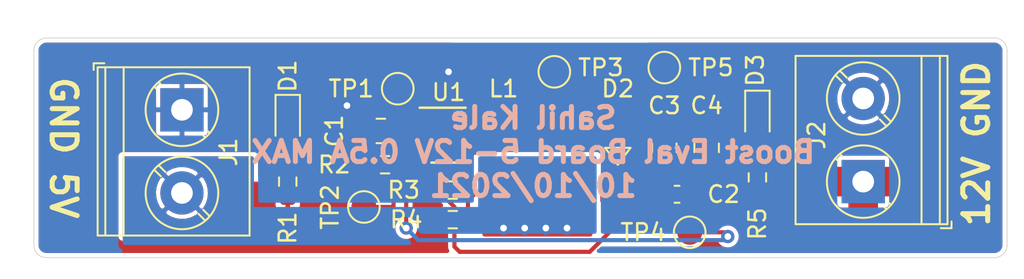
<source format=kicad_pcb>
(kicad_pcb (version 20171130) (host pcbnew "(5.1.10)-1")

  (general
    (thickness 1.6)
    (drawings 11)
    (tracks 50)
    (zones 0)
    (modules 21)
    (nets 9)
  )

  (page A4)
  (layers
    (0 F.Cu signal)
    (31 B.Cu signal)
    (32 B.Adhes user)
    (33 F.Adhes user)
    (34 B.Paste user)
    (35 F.Paste user)
    (36 B.SilkS user)
    (37 F.SilkS user)
    (38 B.Mask user)
    (39 F.Mask user)
    (40 Dwgs.User user)
    (41 Cmts.User user)
    (42 Eco1.User user)
    (43 Eco2.User user)
    (44 Edge.Cuts user)
    (45 Margin user)
    (46 B.CrtYd user)
    (47 F.CrtYd user)
    (48 B.Fab user hide)
    (49 F.Fab user hide)
  )

  (setup
    (last_trace_width 0.25)
    (user_trace_width 0.635)
    (trace_clearance 0.2)
    (zone_clearance 0.254)
    (zone_45_only no)
    (trace_min 0.2)
    (via_size 0.8)
    (via_drill 0.4)
    (via_min_size 0.4)
    (via_min_drill 0.3)
    (uvia_size 0.3)
    (uvia_drill 0.1)
    (uvias_allowed no)
    (uvia_min_size 0.2)
    (uvia_min_drill 0.1)
    (edge_width 0.05)
    (segment_width 0.2)
    (pcb_text_width 0.3)
    (pcb_text_size 1.5 1.5)
    (mod_edge_width 0.12)
    (mod_text_size 1 1)
    (mod_text_width 0.15)
    (pad_size 1.524 1.524)
    (pad_drill 0.762)
    (pad_to_mask_clearance 0)
    (aux_axis_origin 0 0)
    (visible_elements 7FFFFFFF)
    (pcbplotparams
      (layerselection 0x010fc_ffffffff)
      (usegerberextensions true)
      (usegerberattributes true)
      (usegerberadvancedattributes true)
      (creategerberjobfile false)
      (excludeedgelayer true)
      (linewidth 0.100000)
      (plotframeref false)
      (viasonmask false)
      (mode 1)
      (useauxorigin false)
      (hpglpennumber 1)
      (hpglpenspeed 20)
      (hpglpendiameter 15.000000)
      (psnegative false)
      (psa4output false)
      (plotreference true)
      (plotvalue true)
      (plotinvisibletext false)
      (padsonsilk false)
      (subtractmaskfromsilk true)
      (outputformat 1)
      (mirror false)
      (drillshape 0)
      (scaleselection 1)
      (outputdirectory "outputs/"))
  )

  (net 0 "")
  (net 1 GND)
  (net 2 VBUS)
  (net 3 VCC)
  (net 4 /FB)
  (net 5 "Net-(D1-Pad2)")
  (net 6 "Net-(D2-Pad2)")
  (net 7 "Net-(D3-Pad2)")
  (net 8 "Net-(R2-Pad2)")

  (net_class Default "This is the default net class."
    (clearance 0.2)
    (trace_width 0.25)
    (via_dia 0.8)
    (via_drill 0.4)
    (uvia_dia 0.3)
    (uvia_drill 0.1)
    (add_net /FB)
    (add_net GND)
    (add_net "Net-(D1-Pad2)")
    (add_net "Net-(D2-Pad2)")
    (add_net "Net-(D3-Pad2)")
    (add_net "Net-(R2-Pad2)")
    (add_net VBUS)
    (add_net VCC)
  )

  (module Capacitor_SMD:C_0805_2012Metric_Pad1.18x1.45mm_HandSolder (layer F.Cu) (tedit 5F68FEEF) (tstamp 6162E768)
    (at 152.654 102.108 180)
    (descr "Capacitor SMD 0805 (2012 Metric), square (rectangular) end terminal, IPC_7351 nominal with elongated pad for handsoldering. (Body size source: IPC-SM-782 page 76, https://www.pcb-3d.com/wordpress/wp-content/uploads/ipc-sm-782a_amendment_1_and_2.pdf, https://docs.google.com/spreadsheets/d/1BsfQQcO9C6DZCsRaXUlFlo91Tg2WpOkGARC1WS5S8t0/edit?usp=sharing), generated with kicad-footprint-generator")
    (tags "capacitor handsolder")
    (path /616A0B8C)
    (attr smd)
    (fp_text reference C1 (at 2.794 0 270) (layer F.SilkS)
      (effects (font (size 1 1) (thickness 0.15)))
    )
    (fp_text value 10uF (at 0 1.68) (layer F.Fab)
      (effects (font (size 1 1) (thickness 0.15)))
    )
    (fp_line (start -1 0.625) (end -1 -0.625) (layer F.Fab) (width 0.1))
    (fp_line (start -1 -0.625) (end 1 -0.625) (layer F.Fab) (width 0.1))
    (fp_line (start 1 -0.625) (end 1 0.625) (layer F.Fab) (width 0.1))
    (fp_line (start 1 0.625) (end -1 0.625) (layer F.Fab) (width 0.1))
    (fp_line (start -0.261252 -0.735) (end 0.261252 -0.735) (layer F.SilkS) (width 0.12))
    (fp_line (start -0.261252 0.735) (end 0.261252 0.735) (layer F.SilkS) (width 0.12))
    (fp_line (start -1.88 0.98) (end -1.88 -0.98) (layer F.CrtYd) (width 0.05))
    (fp_line (start -1.88 -0.98) (end 1.88 -0.98) (layer F.CrtYd) (width 0.05))
    (fp_line (start 1.88 -0.98) (end 1.88 0.98) (layer F.CrtYd) (width 0.05))
    (fp_line (start 1.88 0.98) (end -1.88 0.98) (layer F.CrtYd) (width 0.05))
    (fp_text user %R (at 0 0) (layer F.Fab)
      (effects (font (size 0.5 0.5) (thickness 0.08)))
    )
    (pad 2 smd roundrect (at 1.0375 0 180) (size 1.175 1.45) (layers F.Cu F.Paste F.Mask) (roundrect_rratio 0.2127659574468085)
      (net 1 GND))
    (pad 1 smd roundrect (at -1.0375 0 180) (size 1.175 1.45) (layers F.Cu F.Paste F.Mask) (roundrect_rratio 0.2127659574468085)
      (net 2 VBUS))
    (model ${KISYS3DMOD}/Capacitor_SMD.3dshapes/C_0805_2012Metric.wrl
      (at (xyz 0 0 0))
      (scale (xyz 1 1 1))
      (rotate (xyz 0 0 0))
    )
  )

  (module Package_SON:WSON-6-1EP_3x3mm_P0.95mm (layer F.Cu) (tedit 5A0AB51B) (tstamp 6162E22D)
    (at 156.718 102.362)
    (descr "WSON6 3*3 MM, 0.95 PITCH; http://www.ti.com/lit/ds/symlink/lmr62421.pdf")
    (tags "WSON6 0.95")
    (path /6162692D)
    (attr smd)
    (fp_text reference U1 (at 0 -2.575) (layer F.SilkS)
      (effects (font (size 1 1) (thickness 0.15)))
    )
    (fp_text value LMR62421XSD (at 0 2.575) (layer F.Fab)
      (effects (font (size 1 1) (thickness 0.15)))
    )
    (fp_line (start -0.5 -1.5) (end 1.5 -1.5) (layer F.Fab) (width 0.15))
    (fp_line (start 1.5 -1.5) (end 1.5 1.5) (layer F.Fab) (width 0.15))
    (fp_line (start 1.5 1.5) (end -1.5 1.5) (layer F.Fab) (width 0.15))
    (fp_line (start -1.5 1.5) (end -1.5 -0.5) (layer F.Fab) (width 0.15))
    (fp_line (start -1.5 -0.5) (end -0.5 -1.5) (layer F.Fab) (width 0.15))
    (fp_line (start -1.9 -1.85) (end -1.9 1.85) (layer F.CrtYd) (width 0.05))
    (fp_line (start 1.9 -1.85) (end 1.9 1.85) (layer F.CrtYd) (width 0.05))
    (fp_line (start -1.9 -1.85) (end 1.9 -1.85) (layer F.CrtYd) (width 0.05))
    (fp_line (start -1.9 1.85) (end 1.9 1.85) (layer F.CrtYd) (width 0.05))
    (fp_line (start -1.025 1.65) (end 1.025 1.65) (layer F.SilkS) (width 0.15))
    (fp_line (start -1.73 -1.65) (end 1.025 -1.65) (layer F.SilkS) (width 0.15))
    (fp_text user %R (at 0 0) (layer F.Fab)
      (effects (font (size 0.6 0.6) (thickness 0.1)))
    )
    (pad 7 smd rect (at -0.4 -0.525) (size 0.8 1.05) (layers F.Cu F.Paste F.Mask)
      (net 1 GND) (solder_paste_margin_ratio -0.2))
    (pad 7 smd rect (at -0.4 0.525) (size 0.8 1.05) (layers F.Cu F.Paste F.Mask)
      (net 1 GND) (solder_paste_margin_ratio -0.2))
    (pad 7 smd rect (at 0.4 -0.525) (size 0.8 1.05) (layers F.Cu F.Paste F.Mask)
      (net 1 GND) (solder_paste_margin_ratio -0.2))
    (pad 7 smd rect (at 0.4 0.525) (size 0.8 1.05) (layers F.Cu F.Paste F.Mask)
      (net 1 GND) (solder_paste_margin_ratio -0.2))
    (pad 6 smd rect (at 1.34 -0.95) (size 0.63 0.45) (layers F.Cu F.Paste F.Mask)
      (net 6 "Net-(D2-Pad2)"))
    (pad 5 smd rect (at 1.34 0) (size 0.63 0.45) (layers F.Cu F.Paste F.Mask)
      (net 1 GND))
    (pad 4 smd rect (at 1.34 0.95) (size 0.63 0.45) (layers F.Cu F.Paste F.Mask)
      (net 4 /FB))
    (pad 3 smd rect (at -1.34 0.95) (size 0.63 0.45) (layers F.Cu F.Paste F.Mask)
      (net 8 "Net-(R2-Pad2)"))
    (pad 2 smd rect (at -1.34 0) (size 0.63 0.45) (layers F.Cu F.Paste F.Mask)
      (net 2 VBUS))
    (pad 1 smd rect (at -1.34 -0.95) (size 0.63 0.45) (layers F.Cu F.Paste F.Mask)
      (net 1 GND))
    (model ${KISYS3DMOD}/Package_SON.3dshapes/WSON-6-1EP_3x3mm_P0.95mm.wrl
      (at (xyz 0 0 0))
      (scale (xyz 1 1 1))
      (rotate (xyz 0 0 0))
    )
  )

  (module TestPoint:TestPoint_Pad_D1.5mm (layer F.Cu) (tedit 5A0F774F) (tstamp 6162E213)
    (at 169.672 98.298)
    (descr "SMD pad as test Point, diameter 1.5mm")
    (tags "test point SMD pad")
    (path /61691174)
    (attr virtual)
    (fp_text reference TP5 (at 2.794 0) (layer F.SilkS)
      (effects (font (size 1 1) (thickness 0.15)))
    )
    (fp_text value TestPoint (at 0 1.75) (layer F.Fab)
      (effects (font (size 1 1) (thickness 0.15)))
    )
    (fp_circle (center 0 0) (end 1.25 0) (layer F.CrtYd) (width 0.05))
    (fp_circle (center 0 0) (end 0 0.95) (layer F.SilkS) (width 0.12))
    (fp_text user %R (at 0 -1.65) (layer F.Fab)
      (effects (font (size 1 1) (thickness 0.15)))
    )
    (pad 1 smd circle (at 0 0) (size 1.5 1.5) (layers F.Cu F.Mask)
      (net 3 VCC))
  )

  (module TestPoint:TestPoint_Pad_D1.5mm (layer F.Cu) (tedit 5A0F774F) (tstamp 6162E20B)
    (at 171.196 108.204)
    (descr "SMD pad as test Point, diameter 1.5mm")
    (tags "test point SMD pad")
    (path /616929BD)
    (attr virtual)
    (fp_text reference TP4 (at -2.794 0) (layer F.SilkS)
      (effects (font (size 1 1) (thickness 0.15)))
    )
    (fp_text value TestPoint (at 0 1.75) (layer F.Fab)
      (effects (font (size 1 1) (thickness 0.15)))
    )
    (fp_circle (center 0 0) (end 1.25 0) (layer F.CrtYd) (width 0.05))
    (fp_circle (center 0 0) (end 0 0.95) (layer F.SilkS) (width 0.12))
    (fp_text user %R (at 0 -1.65) (layer F.Fab)
      (effects (font (size 1 1) (thickness 0.15)))
    )
    (pad 1 smd circle (at 0 0) (size 1.5 1.5) (layers F.Cu F.Mask)
      (net 4 /FB))
  )

  (module TestPoint:TestPoint_Pad_D1.5mm (layer F.Cu) (tedit 5A0F774F) (tstamp 6162E203)
    (at 163.068 98.552)
    (descr "SMD pad as test Point, diameter 1.5mm")
    (tags "test point SMD pad")
    (path /6168A355)
    (attr virtual)
    (fp_text reference TP3 (at 2.794 -0.254) (layer F.SilkS)
      (effects (font (size 1 1) (thickness 0.15)))
    )
    (fp_text value TestPoint (at 0 1.75) (layer F.Fab)
      (effects (font (size 1 1) (thickness 0.15)))
    )
    (fp_circle (center 0 0) (end 1.25 0) (layer F.CrtYd) (width 0.05))
    (fp_circle (center 0 0) (end 0 0.95) (layer F.SilkS) (width 0.12))
    (fp_text user %R (at 0 -1.65) (layer F.Fab)
      (effects (font (size 1 1) (thickness 0.15)))
    )
    (pad 1 smd circle (at 0 0) (size 1.5 1.5) (layers F.Cu F.Mask)
      (net 6 "Net-(D2-Pad2)"))
  )

  (module TestPoint:TestPoint_Pad_D1.5mm (layer F.Cu) (tedit 5A0F774F) (tstamp 6162E1FB)
    (at 151.638 106.68)
    (descr "SMD pad as test Point, diameter 1.5mm")
    (tags "test point SMD pad")
    (path /616943AA)
    (attr virtual)
    (fp_text reference TP2 (at -2.032 0 90) (layer F.SilkS)
      (effects (font (size 1 1) (thickness 0.15)))
    )
    (fp_text value TestPoint (at 0 1.75) (layer F.Fab)
      (effects (font (size 1 1) (thickness 0.15)))
    )
    (fp_circle (center 0 0) (end 1.25 0) (layer F.CrtYd) (width 0.05))
    (fp_circle (center 0 0) (end 0 0.95) (layer F.SilkS) (width 0.12))
    (fp_text user %R (at 0 -1.65) (layer F.Fab)
      (effects (font (size 1 1) (thickness 0.15)))
    )
    (pad 1 smd circle (at 0 0) (size 1.5 1.5) (layers F.Cu F.Mask)
      (net 8 "Net-(R2-Pad2)"))
  )

  (module TestPoint:TestPoint_Pad_D1.5mm (layer F.Cu) (tedit 5A0F774F) (tstamp 6162E1F3)
    (at 153.67 99.568)
    (descr "SMD pad as test Point, diameter 1.5mm")
    (tags "test point SMD pad")
    (path /616961A0)
    (attr virtual)
    (fp_text reference TP1 (at -2.794 0) (layer F.SilkS)
      (effects (font (size 1 1) (thickness 0.15)))
    )
    (fp_text value TestPoint (at 0 1.75) (layer F.Fab)
      (effects (font (size 1 1) (thickness 0.15)))
    )
    (fp_circle (center 0 0) (end 1.25 0) (layer F.CrtYd) (width 0.05))
    (fp_circle (center 0 0) (end 0 0.95) (layer F.SilkS) (width 0.12))
    (fp_text user %R (at 0 -1.65) (layer F.Fab)
      (effects (font (size 1 1) (thickness 0.15)))
    )
    (pad 1 smd circle (at 0 0) (size 1.5 1.5) (layers F.Cu F.Mask)
      (net 2 VBUS))
  )

  (module Resistor_SMD:R_0603_1608Metric_Pad0.98x0.95mm_HandSolder (layer F.Cu) (tedit 5F68FEEE) (tstamp 6162E1EB)
    (at 175.26 104.902 90)
    (descr "Resistor SMD 0603 (1608 Metric), square (rectangular) end terminal, IPC_7351 nominal with elongated pad for handsoldering. (Body size source: IPC-SM-782 page 72, https://www.pcb-3d.com/wordpress/wp-content/uploads/ipc-sm-782a_amendment_1_and_2.pdf), generated with kicad-footprint-generator")
    (tags "resistor handsolder")
    (path /61671018)
    (attr smd)
    (fp_text reference R5 (at -2.794 0 90) (layer F.SilkS)
      (effects (font (size 1 1) (thickness 0.15)))
    )
    (fp_text value 1k (at 0 1.43 90) (layer F.Fab)
      (effects (font (size 1 1) (thickness 0.15)))
    )
    (fp_line (start -0.8 0.4125) (end -0.8 -0.4125) (layer F.Fab) (width 0.1))
    (fp_line (start -0.8 -0.4125) (end 0.8 -0.4125) (layer F.Fab) (width 0.1))
    (fp_line (start 0.8 -0.4125) (end 0.8 0.4125) (layer F.Fab) (width 0.1))
    (fp_line (start 0.8 0.4125) (end -0.8 0.4125) (layer F.Fab) (width 0.1))
    (fp_line (start -0.254724 -0.5225) (end 0.254724 -0.5225) (layer F.SilkS) (width 0.12))
    (fp_line (start -0.254724 0.5225) (end 0.254724 0.5225) (layer F.SilkS) (width 0.12))
    (fp_line (start -1.65 0.73) (end -1.65 -0.73) (layer F.CrtYd) (width 0.05))
    (fp_line (start -1.65 -0.73) (end 1.65 -0.73) (layer F.CrtYd) (width 0.05))
    (fp_line (start 1.65 -0.73) (end 1.65 0.73) (layer F.CrtYd) (width 0.05))
    (fp_line (start 1.65 0.73) (end -1.65 0.73) (layer F.CrtYd) (width 0.05))
    (fp_text user %R (at 0 0 90) (layer F.Fab)
      (effects (font (size 0.4 0.4) (thickness 0.06)))
    )
    (pad 2 smd roundrect (at 0.9125 0 90) (size 0.975 0.95) (layers F.Cu F.Paste F.Mask) (roundrect_rratio 0.25)
      (net 7 "Net-(D3-Pad2)"))
    (pad 1 smd roundrect (at -0.9125 0 90) (size 0.975 0.95) (layers F.Cu F.Paste F.Mask) (roundrect_rratio 0.25)
      (net 3 VCC))
    (model ${KISYS3DMOD}/Resistor_SMD.3dshapes/R_0603_1608Metric.wrl
      (at (xyz 0 0 0))
      (scale (xyz 1 1 1))
      (rotate (xyz 0 0 0))
    )
  )

  (module Resistor_SMD:R_0603_1608Metric_Pad0.98x0.95mm_HandSolder (layer F.Cu) (tedit 5F68FEEE) (tstamp 6162E1DA)
    (at 156.972 107.442 180)
    (descr "Resistor SMD 0603 (1608 Metric), square (rectangular) end terminal, IPC_7351 nominal with elongated pad for handsoldering. (Body size source: IPC-SM-782 page 72, https://www.pcb-3d.com/wordpress/wp-content/uploads/ipc-sm-782a_amendment_1_and_2.pdf), generated with kicad-footprint-generator")
    (tags "resistor handsolder")
    (path /6163D5E0)
    (attr smd)
    (fp_text reference R4 (at 2.794 0) (layer F.SilkS)
      (effects (font (size 1 1) (thickness 0.15)))
    )
    (fp_text value 10k (at 0 1.43) (layer F.Fab)
      (effects (font (size 1 1) (thickness 0.15)))
    )
    (fp_line (start -0.8 0.4125) (end -0.8 -0.4125) (layer F.Fab) (width 0.1))
    (fp_line (start -0.8 -0.4125) (end 0.8 -0.4125) (layer F.Fab) (width 0.1))
    (fp_line (start 0.8 -0.4125) (end 0.8 0.4125) (layer F.Fab) (width 0.1))
    (fp_line (start 0.8 0.4125) (end -0.8 0.4125) (layer F.Fab) (width 0.1))
    (fp_line (start -0.254724 -0.5225) (end 0.254724 -0.5225) (layer F.SilkS) (width 0.12))
    (fp_line (start -0.254724 0.5225) (end 0.254724 0.5225) (layer F.SilkS) (width 0.12))
    (fp_line (start -1.65 0.73) (end -1.65 -0.73) (layer F.CrtYd) (width 0.05))
    (fp_line (start -1.65 -0.73) (end 1.65 -0.73) (layer F.CrtYd) (width 0.05))
    (fp_line (start 1.65 -0.73) (end 1.65 0.73) (layer F.CrtYd) (width 0.05))
    (fp_line (start 1.65 0.73) (end -1.65 0.73) (layer F.CrtYd) (width 0.05))
    (fp_text user %R (at 0 0) (layer F.Fab)
      (effects (font (size 0.4 0.4) (thickness 0.06)))
    )
    (pad 2 smd roundrect (at 0.9125 0 180) (size 0.975 0.95) (layers F.Cu F.Paste F.Mask) (roundrect_rratio 0.25)
      (net 1 GND))
    (pad 1 smd roundrect (at -0.9125 0 180) (size 0.975 0.95) (layers F.Cu F.Paste F.Mask) (roundrect_rratio 0.25)
      (net 4 /FB))
    (model ${KISYS3DMOD}/Resistor_SMD.3dshapes/R_0603_1608Metric.wrl
      (at (xyz 0 0 0))
      (scale (xyz 1 1 1))
      (rotate (xyz 0 0 0))
    )
  )

  (module Resistor_SMD:R_0603_1608Metric_Pad0.98x0.95mm_HandSolder (layer F.Cu) (tedit 5F68FEEE) (tstamp 6162E1C9)
    (at 156.972 105.664)
    (descr "Resistor SMD 0603 (1608 Metric), square (rectangular) end terminal, IPC_7351 nominal with elongated pad for handsoldering. (Body size source: IPC-SM-782 page 72, https://www.pcb-3d.com/wordpress/wp-content/uploads/ipc-sm-782a_amendment_1_and_2.pdf), generated with kicad-footprint-generator")
    (tags "resistor handsolder")
    (path /6163B0D0)
    (attr smd)
    (fp_text reference R3 (at -2.9445 0) (layer F.SilkS)
      (effects (font (size 1 1) (thickness 0.15)))
    )
    (fp_text value 86.6k (at 0 1.43) (layer F.Fab)
      (effects (font (size 1 1) (thickness 0.15)))
    )
    (fp_line (start -0.8 0.4125) (end -0.8 -0.4125) (layer F.Fab) (width 0.1))
    (fp_line (start -0.8 -0.4125) (end 0.8 -0.4125) (layer F.Fab) (width 0.1))
    (fp_line (start 0.8 -0.4125) (end 0.8 0.4125) (layer F.Fab) (width 0.1))
    (fp_line (start 0.8 0.4125) (end -0.8 0.4125) (layer F.Fab) (width 0.1))
    (fp_line (start -0.254724 -0.5225) (end 0.254724 -0.5225) (layer F.SilkS) (width 0.12))
    (fp_line (start -0.254724 0.5225) (end 0.254724 0.5225) (layer F.SilkS) (width 0.12))
    (fp_line (start -1.65 0.73) (end -1.65 -0.73) (layer F.CrtYd) (width 0.05))
    (fp_line (start -1.65 -0.73) (end 1.65 -0.73) (layer F.CrtYd) (width 0.05))
    (fp_line (start 1.65 -0.73) (end 1.65 0.73) (layer F.CrtYd) (width 0.05))
    (fp_line (start 1.65 0.73) (end -1.65 0.73) (layer F.CrtYd) (width 0.05))
    (fp_text user %R (at 0 0) (layer F.Fab)
      (effects (font (size 0.4 0.4) (thickness 0.06)))
    )
    (pad 2 smd roundrect (at 0.9125 0) (size 0.975 0.95) (layers F.Cu F.Paste F.Mask) (roundrect_rratio 0.25)
      (net 4 /FB))
    (pad 1 smd roundrect (at -0.9125 0) (size 0.975 0.95) (layers F.Cu F.Paste F.Mask) (roundrect_rratio 0.25)
      (net 3 VCC))
    (model ${KISYS3DMOD}/Resistor_SMD.3dshapes/R_0603_1608Metric.wrl
      (at (xyz 0 0 0))
      (scale (xyz 1 1 1))
      (rotate (xyz 0 0 0))
    )
  )

  (module Resistor_SMD:R_0603_1608Metric_Pad0.98x0.95mm_HandSolder (layer F.Cu) (tedit 5F68FEEE) (tstamp 6162E1B8)
    (at 152.908 104.14)
    (descr "Resistor SMD 0603 (1608 Metric), square (rectangular) end terminal, IPC_7351 nominal with elongated pad for handsoldering. (Body size source: IPC-SM-782 page 72, https://www.pcb-3d.com/wordpress/wp-content/uploads/ipc-sm-782a_amendment_1_and_2.pdf), generated with kicad-footprint-generator")
    (tags "resistor handsolder")
    (path /61639997)
    (attr smd)
    (fp_text reference R2 (at -3.048 0 180) (layer F.SilkS)
      (effects (font (size 1 1) (thickness 0.15)))
    )
    (fp_text value 10k (at 0 1.43) (layer F.Fab)
      (effects (font (size 1 1) (thickness 0.15)))
    )
    (fp_line (start -0.8 0.4125) (end -0.8 -0.4125) (layer F.Fab) (width 0.1))
    (fp_line (start -0.8 -0.4125) (end 0.8 -0.4125) (layer F.Fab) (width 0.1))
    (fp_line (start 0.8 -0.4125) (end 0.8 0.4125) (layer F.Fab) (width 0.1))
    (fp_line (start 0.8 0.4125) (end -0.8 0.4125) (layer F.Fab) (width 0.1))
    (fp_line (start -0.254724 -0.5225) (end 0.254724 -0.5225) (layer F.SilkS) (width 0.12))
    (fp_line (start -0.254724 0.5225) (end 0.254724 0.5225) (layer F.SilkS) (width 0.12))
    (fp_line (start -1.65 0.73) (end -1.65 -0.73) (layer F.CrtYd) (width 0.05))
    (fp_line (start -1.65 -0.73) (end 1.65 -0.73) (layer F.CrtYd) (width 0.05))
    (fp_line (start 1.65 -0.73) (end 1.65 0.73) (layer F.CrtYd) (width 0.05))
    (fp_line (start 1.65 0.73) (end -1.65 0.73) (layer F.CrtYd) (width 0.05))
    (fp_text user %R (at 0 0) (layer F.Fab)
      (effects (font (size 0.4 0.4) (thickness 0.06)))
    )
    (pad 2 smd roundrect (at 0.9125 0) (size 0.975 0.95) (layers F.Cu F.Paste F.Mask) (roundrect_rratio 0.25)
      (net 8 "Net-(R2-Pad2)"))
    (pad 1 smd roundrect (at -0.9125 0) (size 0.975 0.95) (layers F.Cu F.Paste F.Mask) (roundrect_rratio 0.25)
      (net 2 VBUS))
    (model ${KISYS3DMOD}/Resistor_SMD.3dshapes/R_0603_1608Metric.wrl
      (at (xyz 0 0 0))
      (scale (xyz 1 1 1))
      (rotate (xyz 0 0 0))
    )
  )

  (module Resistor_SMD:R_0603_1608Metric_Pad0.98x0.95mm_HandSolder (layer F.Cu) (tedit 5F68FEEE) (tstamp 6162E1A7)
    (at 147.066 105.156 90)
    (descr "Resistor SMD 0603 (1608 Metric), square (rectangular) end terminal, IPC_7351 nominal with elongated pad for handsoldering. (Body size source: IPC-SM-782 page 72, https://www.pcb-3d.com/wordpress/wp-content/uploads/ipc-sm-782a_amendment_1_and_2.pdf), generated with kicad-footprint-generator")
    (tags "resistor handsolder")
    (path /61642A6F)
    (attr smd)
    (fp_text reference R1 (at -2.794 0 90) (layer F.SilkS)
      (effects (font (size 1 1) (thickness 0.15)))
    )
    (fp_text value 1k (at 0 1.43 90) (layer F.Fab)
      (effects (font (size 1 1) (thickness 0.15)))
    )
    (fp_line (start -0.8 0.4125) (end -0.8 -0.4125) (layer F.Fab) (width 0.1))
    (fp_line (start -0.8 -0.4125) (end 0.8 -0.4125) (layer F.Fab) (width 0.1))
    (fp_line (start 0.8 -0.4125) (end 0.8 0.4125) (layer F.Fab) (width 0.1))
    (fp_line (start 0.8 0.4125) (end -0.8 0.4125) (layer F.Fab) (width 0.1))
    (fp_line (start -0.254724 -0.5225) (end 0.254724 -0.5225) (layer F.SilkS) (width 0.12))
    (fp_line (start -0.254724 0.5225) (end 0.254724 0.5225) (layer F.SilkS) (width 0.12))
    (fp_line (start -1.65 0.73) (end -1.65 -0.73) (layer F.CrtYd) (width 0.05))
    (fp_line (start -1.65 -0.73) (end 1.65 -0.73) (layer F.CrtYd) (width 0.05))
    (fp_line (start 1.65 -0.73) (end 1.65 0.73) (layer F.CrtYd) (width 0.05))
    (fp_line (start 1.65 0.73) (end -1.65 0.73) (layer F.CrtYd) (width 0.05))
    (fp_text user %R (at 0 0 90) (layer F.Fab)
      (effects (font (size 0.4 0.4) (thickness 0.06)))
    )
    (pad 2 smd roundrect (at 0.9125 0 90) (size 0.975 0.95) (layers F.Cu F.Paste F.Mask) (roundrect_rratio 0.25)
      (net 5 "Net-(D1-Pad2)"))
    (pad 1 smd roundrect (at -0.9125 0 90) (size 0.975 0.95) (layers F.Cu F.Paste F.Mask) (roundrect_rratio 0.25)
      (net 2 VBUS))
    (model ${KISYS3DMOD}/Resistor_SMD.3dshapes/R_0603_1608Metric.wrl
      (at (xyz 0 0 0))
      (scale (xyz 1 1 1))
      (rotate (xyz 0 0 0))
    )
  )

  (module KaleCustom:SRN6045 (layer F.Cu) (tedit 6162762A) (tstamp 6162E196)
    (at 162.052 105.664 90)
    (path /6167CF7A)
    (fp_text reference L1 (at 6.096 -2.032 180) (layer F.SilkS)
      (effects (font (size 1 1) (thickness 0.15)))
    )
    (fp_text value 8.2uH (at 2.032 4.318 90) (layer F.Fab)
      (effects (font (size 1 1) (thickness 0.15)))
    )
    (pad 2 smd rect (at 4.318 0 90) (size 2.0066 5.9944) (layers F.Cu F.Paste F.Mask)
      (net 6 "Net-(D2-Pad2)"))
    (pad 1 smd rect (at 0 0 90) (size 2.0066 5.9944) (layers F.Cu F.Paste F.Mask)
      (net 2 VBUS))
  )

  (module TerminalBlock_Phoenix:TerminalBlock_Phoenix_PT-1,5-2-5.0-H_1x02_P5.00mm_Horizontal (layer F.Cu) (tedit 5B294F69) (tstamp 6162E190)
    (at 181.61 105.156 90)
    (descr "Terminal Block Phoenix PT-1,5-2-5.0-H, 2 pins, pitch 5mm, size 10x9mm^2, drill diamater 1.3mm, pad diameter 2.6mm, see http://www.mouser.com/ds/2/324/ItemDetail_1935161-922578.pdf, script-generated using https://github.com/pointhi/kicad-footprint-generator/scripts/TerminalBlock_Phoenix")
    (tags "THT Terminal Block Phoenix PT-1,5-2-5.0-H pitch 5mm size 10x9mm^2 drill 1.3mm pad 2.6mm")
    (path /6162790B)
    (fp_text reference J2 (at 2.794 -2.794 270) (layer F.SilkS)
      (effects (font (size 1 1) (thickness 0.15)))
    )
    (fp_text value Screw_Terminal_01x02 (at 2.5 6.06 90) (layer F.Fab)
      (effects (font (size 1 1) (thickness 0.15)))
    )
    (fp_circle (center 0 0) (end 2 0) (layer F.Fab) (width 0.1))
    (fp_circle (center 0 0) (end 2.18 0) (layer F.SilkS) (width 0.12))
    (fp_circle (center 5 0) (end 7 0) (layer F.Fab) (width 0.1))
    (fp_circle (center 5 0) (end 7.18 0) (layer F.SilkS) (width 0.12))
    (fp_line (start -2.5 -4) (end 7.5 -4) (layer F.Fab) (width 0.1))
    (fp_line (start 7.5 -4) (end 7.5 5) (layer F.Fab) (width 0.1))
    (fp_line (start 7.5 5) (end -2.1 5) (layer F.Fab) (width 0.1))
    (fp_line (start -2.1 5) (end -2.5 4.6) (layer F.Fab) (width 0.1))
    (fp_line (start -2.5 4.6) (end -2.5 -4) (layer F.Fab) (width 0.1))
    (fp_line (start -2.5 4.6) (end 7.5 4.6) (layer F.Fab) (width 0.1))
    (fp_line (start -2.56 4.6) (end 7.56 4.6) (layer F.SilkS) (width 0.12))
    (fp_line (start -2.5 3.5) (end 7.5 3.5) (layer F.Fab) (width 0.1))
    (fp_line (start -2.56 3.5) (end 7.56 3.5) (layer F.SilkS) (width 0.12))
    (fp_line (start -2.56 -4.06) (end 7.56 -4.06) (layer F.SilkS) (width 0.12))
    (fp_line (start -2.56 5.06) (end 7.56 5.06) (layer F.SilkS) (width 0.12))
    (fp_line (start -2.56 -4.06) (end -2.56 5.06) (layer F.SilkS) (width 0.12))
    (fp_line (start 7.56 -4.06) (end 7.56 5.06) (layer F.SilkS) (width 0.12))
    (fp_line (start 1.517 -1.273) (end -1.273 1.517) (layer F.Fab) (width 0.1))
    (fp_line (start 1.273 -1.517) (end -1.517 1.273) (layer F.Fab) (width 0.1))
    (fp_line (start 1.654 -1.388) (end 1.547 -1.281) (layer F.SilkS) (width 0.12))
    (fp_line (start -1.282 1.547) (end -1.388 1.654) (layer F.SilkS) (width 0.12))
    (fp_line (start 1.388 -1.654) (end 1.281 -1.547) (layer F.SilkS) (width 0.12))
    (fp_line (start -1.548 1.281) (end -1.654 1.388) (layer F.SilkS) (width 0.12))
    (fp_line (start 6.517 -1.273) (end 3.728 1.517) (layer F.Fab) (width 0.1))
    (fp_line (start 6.273 -1.517) (end 3.484 1.273) (layer F.Fab) (width 0.1))
    (fp_line (start 6.654 -1.388) (end 6.259 -0.992) (layer F.SilkS) (width 0.12))
    (fp_line (start 3.993 1.274) (end 3.613 1.654) (layer F.SilkS) (width 0.12))
    (fp_line (start 6.388 -1.654) (end 6.008 -1.274) (layer F.SilkS) (width 0.12))
    (fp_line (start 3.742 0.992) (end 3.347 1.388) (layer F.SilkS) (width 0.12))
    (fp_line (start -2.8 4.66) (end -2.8 5.3) (layer F.SilkS) (width 0.12))
    (fp_line (start -2.8 5.3) (end -2.4 5.3) (layer F.SilkS) (width 0.12))
    (fp_line (start -3 -4.5) (end -3 5.5) (layer F.CrtYd) (width 0.05))
    (fp_line (start -3 5.5) (end 8 5.5) (layer F.CrtYd) (width 0.05))
    (fp_line (start 8 5.5) (end 8 -4.5) (layer F.CrtYd) (width 0.05))
    (fp_line (start 8 -4.5) (end -3 -4.5) (layer F.CrtYd) (width 0.05))
    (fp_text user %R (at 2.5 2.9 90) (layer F.Fab)
      (effects (font (size 1 1) (thickness 0.15)))
    )
    (pad 2 thru_hole circle (at 5 0 90) (size 2.6 2.6) (drill 1.3) (layers *.Cu *.Mask)
      (net 1 GND))
    (pad 1 thru_hole rect (at 0 0 90) (size 2.6 2.6) (drill 1.3) (layers *.Cu *.Mask)
      (net 3 VCC))
    (model ${KISYS3DMOD}/TerminalBlock_Phoenix.3dshapes/TerminalBlock_Phoenix_PT-1,5-2-5.0-H_1x02_P5.00mm_Horizontal.wrl
      (at (xyz 0 0 0))
      (scale (xyz 1 1 1))
      (rotate (xyz 0 0 0))
    )
  )

  (module TerminalBlock_Phoenix:TerminalBlock_Phoenix_PT-1,5-2-5.0-H_1x02_P5.00mm_Horizontal (layer F.Cu) (tedit 5B294F69) (tstamp 6162E166)
    (at 140.716 100.838 270)
    (descr "Terminal Block Phoenix PT-1,5-2-5.0-H, 2 pins, pitch 5mm, size 10x9mm^2, drill diamater 1.3mm, pad diameter 2.6mm, see http://www.mouser.com/ds/2/324/ItemDetail_1935161-922578.pdf, script-generated using https://github.com/pointhi/kicad-footprint-generator/scripts/TerminalBlock_Phoenix")
    (tags "THT Terminal Block Phoenix PT-1,5-2-5.0-H pitch 5mm size 10x9mm^2 drill 1.3mm pad 2.6mm")
    (path /61626ED3)
    (fp_text reference J1 (at 2.54 -2.794 90) (layer F.SilkS)
      (effects (font (size 1 1) (thickness 0.15)))
    )
    (fp_text value Screw_Terminal_01x02 (at 2.5 6.06 90) (layer F.Fab)
      (effects (font (size 1 1) (thickness 0.15)))
    )
    (fp_circle (center 0 0) (end 2 0) (layer F.Fab) (width 0.1))
    (fp_circle (center 0 0) (end 2.18 0) (layer F.SilkS) (width 0.12))
    (fp_circle (center 5 0) (end 7 0) (layer F.Fab) (width 0.1))
    (fp_circle (center 5 0) (end 7.18 0) (layer F.SilkS) (width 0.12))
    (fp_line (start -2.5 -4) (end 7.5 -4) (layer F.Fab) (width 0.1))
    (fp_line (start 7.5 -4) (end 7.5 5) (layer F.Fab) (width 0.1))
    (fp_line (start 7.5 5) (end -2.1 5) (layer F.Fab) (width 0.1))
    (fp_line (start -2.1 5) (end -2.5 4.6) (layer F.Fab) (width 0.1))
    (fp_line (start -2.5 4.6) (end -2.5 -4) (layer F.Fab) (width 0.1))
    (fp_line (start -2.5 4.6) (end 7.5 4.6) (layer F.Fab) (width 0.1))
    (fp_line (start -2.56 4.6) (end 7.56 4.6) (layer F.SilkS) (width 0.12))
    (fp_line (start -2.5 3.5) (end 7.5 3.5) (layer F.Fab) (width 0.1))
    (fp_line (start -2.56 3.5) (end 7.56 3.5) (layer F.SilkS) (width 0.12))
    (fp_line (start -2.56 -4.06) (end 7.56 -4.06) (layer F.SilkS) (width 0.12))
    (fp_line (start -2.56 5.06) (end 7.56 5.06) (layer F.SilkS) (width 0.12))
    (fp_line (start -2.56 -4.06) (end -2.56 5.06) (layer F.SilkS) (width 0.12))
    (fp_line (start 7.56 -4.06) (end 7.56 5.06) (layer F.SilkS) (width 0.12))
    (fp_line (start 1.517 -1.273) (end -1.273 1.517) (layer F.Fab) (width 0.1))
    (fp_line (start 1.273 -1.517) (end -1.517 1.273) (layer F.Fab) (width 0.1))
    (fp_line (start 1.654 -1.388) (end 1.547 -1.281) (layer F.SilkS) (width 0.12))
    (fp_line (start -1.282 1.547) (end -1.388 1.654) (layer F.SilkS) (width 0.12))
    (fp_line (start 1.388 -1.654) (end 1.281 -1.547) (layer F.SilkS) (width 0.12))
    (fp_line (start -1.548 1.281) (end -1.654 1.388) (layer F.SilkS) (width 0.12))
    (fp_line (start 6.517 -1.273) (end 3.728 1.517) (layer F.Fab) (width 0.1))
    (fp_line (start 6.273 -1.517) (end 3.484 1.273) (layer F.Fab) (width 0.1))
    (fp_line (start 6.654 -1.388) (end 6.259 -0.992) (layer F.SilkS) (width 0.12))
    (fp_line (start 3.993 1.274) (end 3.613 1.654) (layer F.SilkS) (width 0.12))
    (fp_line (start 6.388 -1.654) (end 6.008 -1.274) (layer F.SilkS) (width 0.12))
    (fp_line (start 3.742 0.992) (end 3.347 1.388) (layer F.SilkS) (width 0.12))
    (fp_line (start -2.8 4.66) (end -2.8 5.3) (layer F.SilkS) (width 0.12))
    (fp_line (start -2.8 5.3) (end -2.4 5.3) (layer F.SilkS) (width 0.12))
    (fp_line (start -3 -4.5) (end -3 5.5) (layer F.CrtYd) (width 0.05))
    (fp_line (start -3 5.5) (end 8 5.5) (layer F.CrtYd) (width 0.05))
    (fp_line (start 8 5.5) (end 8 -4.5) (layer F.CrtYd) (width 0.05))
    (fp_line (start 8 -4.5) (end -3 -4.5) (layer F.CrtYd) (width 0.05))
    (fp_text user %R (at 2.5 2.9 90) (layer F.Fab)
      (effects (font (size 1 1) (thickness 0.15)))
    )
    (pad 2 thru_hole circle (at 5 0 270) (size 2.6 2.6) (drill 1.3) (layers *.Cu *.Mask)
      (net 2 VBUS))
    (pad 1 thru_hole rect (at 0 0 270) (size 2.6 2.6) (drill 1.3) (layers *.Cu *.Mask)
      (net 1 GND))
    (model ${KISYS3DMOD}/TerminalBlock_Phoenix.3dshapes/TerminalBlock_Phoenix_PT-1,5-2-5.0-H_1x02_P5.00mm_Horizontal.wrl
      (at (xyz 0 0 0))
      (scale (xyz 1 1 1))
      (rotate (xyz 0 0 0))
    )
  )

  (module LED_SMD:LED_0603_1608Metric_Pad1.05x0.95mm_HandSolder (layer F.Cu) (tedit 5F68FEF1) (tstamp 6162E13C)
    (at 175.26 101.346 270)
    (descr "LED SMD 0603 (1608 Metric), square (rectangular) end terminal, IPC_7351 nominal, (Body size source: http://www.tortai-tech.com/upload/download/2011102023233369053.pdf), generated with kicad-footprint-generator")
    (tags "LED handsolder")
    (path /6167100B)
    (attr smd)
    (fp_text reference D3 (at -2.887 0.134 90) (layer F.SilkS)
      (effects (font (size 1 1) (thickness 0.15)))
    )
    (fp_text value LTST-C190KFKT (at 0 1.43 90) (layer F.Fab)
      (effects (font (size 1 1) (thickness 0.15)))
    )
    (fp_line (start 0.8 -0.4) (end -0.5 -0.4) (layer F.Fab) (width 0.1))
    (fp_line (start -0.5 -0.4) (end -0.8 -0.1) (layer F.Fab) (width 0.1))
    (fp_line (start -0.8 -0.1) (end -0.8 0.4) (layer F.Fab) (width 0.1))
    (fp_line (start -0.8 0.4) (end 0.8 0.4) (layer F.Fab) (width 0.1))
    (fp_line (start 0.8 0.4) (end 0.8 -0.4) (layer F.Fab) (width 0.1))
    (fp_line (start 0.8 -0.735) (end -1.66 -0.735) (layer F.SilkS) (width 0.12))
    (fp_line (start -1.66 -0.735) (end -1.66 0.735) (layer F.SilkS) (width 0.12))
    (fp_line (start -1.66 0.735) (end 0.8 0.735) (layer F.SilkS) (width 0.12))
    (fp_line (start -1.65 0.73) (end -1.65 -0.73) (layer F.CrtYd) (width 0.05))
    (fp_line (start -1.65 -0.73) (end 1.65 -0.73) (layer F.CrtYd) (width 0.05))
    (fp_line (start 1.65 -0.73) (end 1.65 0.73) (layer F.CrtYd) (width 0.05))
    (fp_line (start 1.65 0.73) (end -1.65 0.73) (layer F.CrtYd) (width 0.05))
    (fp_text user %R (at 0 0 90) (layer F.Fab)
      (effects (font (size 0.4 0.4) (thickness 0.06)))
    )
    (pad 2 smd roundrect (at 0.875 0 270) (size 1.05 0.95) (layers F.Cu F.Paste F.Mask) (roundrect_rratio 0.25)
      (net 7 "Net-(D3-Pad2)"))
    (pad 1 smd roundrect (at -0.875 0 270) (size 1.05 0.95) (layers F.Cu F.Paste F.Mask) (roundrect_rratio 0.25)
      (net 1 GND))
    (model ${KISYS3DMOD}/LED_SMD.3dshapes/LED_0603_1608Metric.wrl
      (at (xyz 0 0 0))
      (scale (xyz 1 1 1))
      (rotate (xyz 0 0 0))
    )
  )

  (module KaleCustom:CMS06 (layer F.Cu) (tedit 616276AD) (tstamp 6162E129)
    (at 167.132 103.378 90)
    (path /6164DB21)
    (fp_text reference D2 (at 3.81 -0.254 180) (layer F.SilkS)
      (effects (font (size 1 1) (thickness 0.15)))
    )
    (fp_text value CMS06 (at 0 2.794 90) (layer F.Fab)
      (effects (font (size 1 1) (thickness 0.15)))
    )
    (fp_line (start 0.254 -1.016) (end 0.254 0.508) (layer F.SilkS) (width 0.12))
    (fp_line (start 0.254 -1.016) (end -0.762 -0.254) (layer F.SilkS) (width 0.12))
    (fp_line (start -0.762 -0.254) (end 0.254 0.508) (layer F.SilkS) (width 0.12))
    (pad 2 smd rect (at 2.11328 -0.254 90) (size 1.4224 2.1082) (layers F.Cu F.Paste F.Mask)
      (net 6 "Net-(D2-Pad2)"))
    (pad 1 smd rect (at -2.286 -0.254 90) (size 1.4224 2.1082) (layers F.Cu F.Paste F.Mask)
      (net 3 VCC))
  )

  (module LED_SMD:LED_0603_1608Metric_Pad1.05x0.95mm_HandSolder (layer F.Cu) (tedit 5F68FEF1) (tstamp 6162E120)
    (at 147.066 101.6 270)
    (descr "LED SMD 0603 (1608 Metric), square (rectangular) end terminal, IPC_7351 nominal, (Body size source: http://www.tortai-tech.com/upload/download/2011102023233369053.pdf), generated with kicad-footprint-generator")
    (tags "LED handsolder")
    (path /61640261)
    (attr smd)
    (fp_text reference D1 (at -2.794 0 90) (layer F.SilkS)
      (effects (font (size 1 1) (thickness 0.15)))
    )
    (fp_text value LTST-C190KFKT (at 0 1.43 90) (layer F.Fab)
      (effects (font (size 1 1) (thickness 0.15)))
    )
    (fp_line (start 0.8 -0.4) (end -0.5 -0.4) (layer F.Fab) (width 0.1))
    (fp_line (start -0.5 -0.4) (end -0.8 -0.1) (layer F.Fab) (width 0.1))
    (fp_line (start -0.8 -0.1) (end -0.8 0.4) (layer F.Fab) (width 0.1))
    (fp_line (start -0.8 0.4) (end 0.8 0.4) (layer F.Fab) (width 0.1))
    (fp_line (start 0.8 0.4) (end 0.8 -0.4) (layer F.Fab) (width 0.1))
    (fp_line (start 0.8 -0.735) (end -1.66 -0.735) (layer F.SilkS) (width 0.12))
    (fp_line (start -1.66 -0.735) (end -1.66 0.735) (layer F.SilkS) (width 0.12))
    (fp_line (start -1.66 0.735) (end 0.8 0.735) (layer F.SilkS) (width 0.12))
    (fp_line (start -1.65 0.73) (end -1.65 -0.73) (layer F.CrtYd) (width 0.05))
    (fp_line (start -1.65 -0.73) (end 1.65 -0.73) (layer F.CrtYd) (width 0.05))
    (fp_line (start 1.65 -0.73) (end 1.65 0.73) (layer F.CrtYd) (width 0.05))
    (fp_line (start 1.65 0.73) (end -1.65 0.73) (layer F.CrtYd) (width 0.05))
    (fp_text user %R (at 0 0 90) (layer F.Fab)
      (effects (font (size 0.4 0.4) (thickness 0.06)))
    )
    (pad 2 smd roundrect (at 0.875 0 270) (size 1.05 0.95) (layers F.Cu F.Paste F.Mask) (roundrect_rratio 0.25)
      (net 5 "Net-(D1-Pad2)"))
    (pad 1 smd roundrect (at -0.875 0 270) (size 1.05 0.95) (layers F.Cu F.Paste F.Mask) (roundrect_rratio 0.25)
      (net 1 GND))
    (model ${KISYS3DMOD}/LED_SMD.3dshapes/LED_0603_1608Metric.wrl
      (at (xyz 0 0 0))
      (scale (xyz 1 1 1))
      (rotate (xyz 0 0 0))
    )
  )

  (module Capacitor_SMD:C_0805_2012Metric_Pad1.18x1.45mm_HandSolder (layer F.Cu) (tedit 5F68FEEF) (tstamp 6162E10D)
    (at 172.212 103.124 90)
    (descr "Capacitor SMD 0805 (2012 Metric), square (rectangular) end terminal, IPC_7351 nominal with elongated pad for handsoldering. (Body size source: IPC-SM-782 page 76, https://www.pcb-3d.com/wordpress/wp-content/uploads/ipc-sm-782a_amendment_1_and_2.pdf, https://docs.google.com/spreadsheets/d/1BsfQQcO9C6DZCsRaXUlFlo91Tg2WpOkGARC1WS5S8t0/edit?usp=sharing), generated with kicad-footprint-generator")
    (tags "capacitor handsolder")
    (path /6166687E)
    (attr smd)
    (fp_text reference C4 (at 2.54 0 180) (layer F.SilkS)
      (effects (font (size 1 1) (thickness 0.15)))
    )
    (fp_text value 10uF (at 0 1.68 90) (layer F.Fab)
      (effects (font (size 1 1) (thickness 0.15)))
    )
    (fp_line (start -1 0.625) (end -1 -0.625) (layer F.Fab) (width 0.1))
    (fp_line (start -1 -0.625) (end 1 -0.625) (layer F.Fab) (width 0.1))
    (fp_line (start 1 -0.625) (end 1 0.625) (layer F.Fab) (width 0.1))
    (fp_line (start 1 0.625) (end -1 0.625) (layer F.Fab) (width 0.1))
    (fp_line (start -0.261252 -0.735) (end 0.261252 -0.735) (layer F.SilkS) (width 0.12))
    (fp_line (start -0.261252 0.735) (end 0.261252 0.735) (layer F.SilkS) (width 0.12))
    (fp_line (start -1.88 0.98) (end -1.88 -0.98) (layer F.CrtYd) (width 0.05))
    (fp_line (start -1.88 -0.98) (end 1.88 -0.98) (layer F.CrtYd) (width 0.05))
    (fp_line (start 1.88 -0.98) (end 1.88 0.98) (layer F.CrtYd) (width 0.05))
    (fp_line (start 1.88 0.98) (end -1.88 0.98) (layer F.CrtYd) (width 0.05))
    (fp_text user %R (at 0 0 90) (layer F.Fab)
      (effects (font (size 0.5 0.5) (thickness 0.08)))
    )
    (pad 2 smd roundrect (at 1.0375 0 90) (size 1.175 1.45) (layers F.Cu F.Paste F.Mask) (roundrect_rratio 0.2127659574468085)
      (net 1 GND))
    (pad 1 smd roundrect (at -1.0375 0 90) (size 1.175 1.45) (layers F.Cu F.Paste F.Mask) (roundrect_rratio 0.2127659574468085)
      (net 3 VCC))
    (model ${KISYS3DMOD}/Capacitor_SMD.3dshapes/C_0805_2012Metric.wrl
      (at (xyz 0 0 0))
      (scale (xyz 1 1 1))
      (rotate (xyz 0 0 0))
    )
  )

  (module Capacitor_SMD:C_0805_2012Metric_Pad1.18x1.45mm_HandSolder (layer F.Cu) (tedit 5F68FEEF) (tstamp 6162E0FC)
    (at 169.672 103.124 90)
    (descr "Capacitor SMD 0805 (2012 Metric), square (rectangular) end terminal, IPC_7351 nominal with elongated pad for handsoldering. (Body size source: IPC-SM-782 page 76, https://www.pcb-3d.com/wordpress/wp-content/uploads/ipc-sm-782a_amendment_1_and_2.pdf, https://docs.google.com/spreadsheets/d/1BsfQQcO9C6DZCsRaXUlFlo91Tg2WpOkGARC1WS5S8t0/edit?usp=sharing), generated with kicad-footprint-generator")
    (tags "capacitor handsolder")
    (path /61660AF8)
    (attr smd)
    (fp_text reference C3 (at 2.54 0 180) (layer F.SilkS)
      (effects (font (size 1 1) (thickness 0.15)))
    )
    (fp_text value 10uF (at 0 1.68 90) (layer F.Fab)
      (effects (font (size 1 1) (thickness 0.15)))
    )
    (fp_line (start -1 0.625) (end -1 -0.625) (layer F.Fab) (width 0.1))
    (fp_line (start -1 -0.625) (end 1 -0.625) (layer F.Fab) (width 0.1))
    (fp_line (start 1 -0.625) (end 1 0.625) (layer F.Fab) (width 0.1))
    (fp_line (start 1 0.625) (end -1 0.625) (layer F.Fab) (width 0.1))
    (fp_line (start -0.261252 -0.735) (end 0.261252 -0.735) (layer F.SilkS) (width 0.12))
    (fp_line (start -0.261252 0.735) (end 0.261252 0.735) (layer F.SilkS) (width 0.12))
    (fp_line (start -1.88 0.98) (end -1.88 -0.98) (layer F.CrtYd) (width 0.05))
    (fp_line (start -1.88 -0.98) (end 1.88 -0.98) (layer F.CrtYd) (width 0.05))
    (fp_line (start 1.88 -0.98) (end 1.88 0.98) (layer F.CrtYd) (width 0.05))
    (fp_line (start 1.88 0.98) (end -1.88 0.98) (layer F.CrtYd) (width 0.05))
    (fp_text user %R (at 0 0 90) (layer F.Fab)
      (effects (font (size 0.5 0.5) (thickness 0.08)))
    )
    (pad 2 smd roundrect (at 1.0375 0 90) (size 1.175 1.45) (layers F.Cu F.Paste F.Mask) (roundrect_rratio 0.2127659574468085)
      (net 1 GND))
    (pad 1 smd roundrect (at -1.0375 0 90) (size 1.175 1.45) (layers F.Cu F.Paste F.Mask) (roundrect_rratio 0.2127659574468085)
      (net 3 VCC))
    (model ${KISYS3DMOD}/Capacitor_SMD.3dshapes/C_0805_2012Metric.wrl
      (at (xyz 0 0 0))
      (scale (xyz 1 1 1))
      (rotate (xyz 0 0 0))
    )
  )

  (module Capacitor_SMD:C_0603_1608Metric_Pad1.08x0.95mm_HandSolder (layer F.Cu) (tedit 5F68FEEF) (tstamp 6162E0EB)
    (at 170.434 105.918 180)
    (descr "Capacitor SMD 0603 (1608 Metric), square (rectangular) end terminal, IPC_7351 nominal with elongated pad for handsoldering. (Body size source: IPC-SM-782 page 76, https://www.pcb-3d.com/wordpress/wp-content/uploads/ipc-sm-782a_amendment_1_and_2.pdf), generated with kicad-footprint-generator")
    (tags "capacitor handsolder")
    (path /6164642C)
    (attr smd)
    (fp_text reference C2 (at -2.794 0) (layer F.SilkS)
      (effects (font (size 1 1) (thickness 0.15)))
    )
    (fp_text value 560pF (at 0 1.43) (layer F.Fab)
      (effects (font (size 1 1) (thickness 0.15)))
    )
    (fp_line (start -0.8 0.4) (end -0.8 -0.4) (layer F.Fab) (width 0.1))
    (fp_line (start -0.8 -0.4) (end 0.8 -0.4) (layer F.Fab) (width 0.1))
    (fp_line (start 0.8 -0.4) (end 0.8 0.4) (layer F.Fab) (width 0.1))
    (fp_line (start 0.8 0.4) (end -0.8 0.4) (layer F.Fab) (width 0.1))
    (fp_line (start -0.146267 -0.51) (end 0.146267 -0.51) (layer F.SilkS) (width 0.12))
    (fp_line (start -0.146267 0.51) (end 0.146267 0.51) (layer F.SilkS) (width 0.12))
    (fp_line (start -1.65 0.73) (end -1.65 -0.73) (layer F.CrtYd) (width 0.05))
    (fp_line (start -1.65 -0.73) (end 1.65 -0.73) (layer F.CrtYd) (width 0.05))
    (fp_line (start 1.65 -0.73) (end 1.65 0.73) (layer F.CrtYd) (width 0.05))
    (fp_line (start 1.65 0.73) (end -1.65 0.73) (layer F.CrtYd) (width 0.05))
    (fp_text user %R (at 0 0) (layer F.Fab)
      (effects (font (size 0.4 0.4) (thickness 0.06)))
    )
    (pad 2 smd roundrect (at 0.8625 0 180) (size 1.075 0.95) (layers F.Cu F.Paste F.Mask) (roundrect_rratio 0.25)
      (net 3 VCC))
    (pad 1 smd roundrect (at -0.8625 0 180) (size 1.075 0.95) (layers F.Cu F.Paste F.Mask) (roundrect_rratio 0.25)
      (net 4 /FB))
    (model ${KISYS3DMOD}/Capacitor_SMD.3dshapes/C_0603_1608Metric.wrl
      (at (xyz 0 0 0))
      (scale (xyz 1 1 1))
      (rotate (xyz 0 0 0))
    )
  )

  (gr_text "Sahil Kale\nBoost Eval Board 5-12V 0.5A MAX\n10/10/2021" (at 161.798 103.378) (layer B.SilkS)
    (effects (font (size 1.27 1.27) (thickness 0.3)) (justify mirror))
  )
  (gr_arc (start 189.484 97.282) (end 190.246 97.282) (angle -90) (layer Edge.Cuts) (width 0.05))
  (gr_arc (start 189.484 108.966) (end 189.484 109.728) (angle -90) (layer Edge.Cuts) (width 0.05))
  (gr_arc (start 132.588 108.966) (end 131.826 108.966) (angle -90) (layer Edge.Cuts) (width 0.05))
  (gr_arc (start 132.588 97.282) (end 132.588 96.52) (angle -90) (layer Edge.Cuts) (width 0.05))
  (gr_line (start 189.484 96.52) (end 132.588 96.52) (layer Edge.Cuts) (width 0.05) (tstamp 6162FE85))
  (gr_line (start 190.246 108.966) (end 190.246 97.282) (layer Edge.Cuts) (width 0.05))
  (gr_line (start 132.588 109.728) (end 189.484 109.728) (layer Edge.Cuts) (width 0.05))
  (gr_line (start 131.826 97.282) (end 131.826 108.966) (layer Edge.Cuts) (width 0.05))
  (gr_text "\n12V GND" (at 187.198 102.87 90) (layer F.SilkS) (tstamp 6162FE61)
    (effects (font (size 1.5 1.5) (thickness 0.3)))
  )
  (gr_text "GND 5V" (at 133.604 103.124 -90) (layer F.SilkS)
    (effects (font (size 1.5 1.5) (thickness 0.3)))
  )

  (segment (start 156.843 102.362) (end 156.318 102.887) (width 0.25) (layer F.Cu) (net 1))
  (segment (start 158.058 102.362) (end 156.843 102.362) (width 0.25) (layer F.Cu) (net 1))
  (via (at 150.622 100.584) (size 0.8) (drill 0.4) (layers F.Cu B.Cu) (net 1))
  (segment (start 151.6165 101.5785) (end 150.622 100.584) (width 0.635) (layer F.Cu) (net 1))
  (segment (start 151.6165 102.108) (end 151.6165 101.5785) (width 0.635) (layer F.Cu) (net 1))
  (via (at 156.718 98.552) (size 0.8) (drill 0.4) (layers F.Cu B.Cu) (net 1))
  (segment (start 155.378 99.892) (end 156.718 98.552) (width 0.635) (layer F.Cu) (net 1))
  (segment (start 155.378 101.412) (end 155.378 99.892) (width 0.635) (layer F.Cu) (net 1))
  (segment (start 157.118 102.887) (end 157.118 101.837) (width 0.25) (layer F.Cu) (net 1))
  (segment (start 156.318 102.887) (end 156.318 101.837) (width 0.25) (layer F.Cu) (net 1))
  (segment (start 155.893 101.412) (end 155.378 101.412) (width 0.25) (layer F.Cu) (net 1))
  (segment (start 156.318 101.837) (end 155.893 101.412) (width 0.25) (layer F.Cu) (net 1))
  (via (at 160.02 107.95) (size 0.8) (drill 0.4) (layers F.Cu B.Cu) (net 2))
  (via (at 161.29 107.95) (size 0.8) (drill 0.4) (layers F.Cu B.Cu) (net 2))
  (via (at 162.56 107.95) (size 0.8) (drill 0.4) (layers F.Cu B.Cu) (net 2))
  (via (at 163.83 107.95) (size 0.8) (drill 0.4) (layers F.Cu B.Cu) (net 2))
  (segment (start 153.9455 102.362) (end 153.6915 102.108) (width 0.25) (layer F.Cu) (net 2))
  (segment (start 155.378 102.362) (end 153.9455 102.362) (width 0.25) (layer F.Cu) (net 2))
  (segment (start 170.72201 99.34801) (end 169.672 98.298) (width 0.25) (layer F.Cu) (net 3))
  (segment (start 170.72201 103.83649) (end 170.72201 99.34801) (width 0.25) (layer F.Cu) (net 3))
  (segment (start 170.397 104.1615) (end 170.72201 103.83649) (width 0.25) (layer F.Cu) (net 3))
  (segment (start 169.672 104.1615) (end 170.397 104.1615) (width 0.25) (layer F.Cu) (net 3))
  (segment (start 168.656 105.918) (end 169.5715 105.918) (width 0.25) (layer F.Cu) (net 3))
  (segment (start 165.19601 109.37799) (end 168.656 105.918) (width 0.25) (layer F.Cu) (net 3))
  (segment (start 157.38399 109.37799) (end 165.19601 109.37799) (width 0.25) (layer F.Cu) (net 3))
  (segment (start 157.07199 109.06599) (end 157.38399 109.37799) (width 0.25) (layer F.Cu) (net 3))
  (segment (start 157.07199 106.67649) (end 157.07199 109.06599) (width 0.25) (layer F.Cu) (net 3))
  (segment (start 156.0595 105.664) (end 157.07199 106.67649) (width 0.25) (layer F.Cu) (net 3))
  (segment (start 171.196 106.0185) (end 171.2965 105.918) (width 0.25) (layer F.Cu) (net 4))
  (segment (start 171.196 108.204) (end 171.196 106.0185) (width 0.25) (layer F.Cu) (net 4))
  (via (at 173.482 108.458) (size 0.8) (drill 0.4) (layers F.Cu B.Cu) (net 4))
  (segment (start 173.228 108.204) (end 173.482 108.458) (width 0.25) (layer F.Cu) (net 4))
  (segment (start 171.196 108.204) (end 173.228 108.204) (width 0.25) (layer F.Cu) (net 4))
  (segment (start 158.058 105.4905) (end 157.8845 105.664) (width 0.25) (layer F.Cu) (net 4))
  (segment (start 157.8845 105.664) (end 157.8845 107.442) (width 0.25) (layer F.Cu) (net 4))
  (segment (start 154.178 106.26249) (end 154.178 107.95) (width 0.25) (layer F.Cu) (net 4))
  (segment (start 155.86249 104.578) (end 154.178 106.26249) (width 0.25) (layer F.Cu) (net 4))
  (segment (start 158.058 104.578) (end 155.86249 104.578) (width 0.25) (layer F.Cu) (net 4))
  (segment (start 158.058 103.312) (end 158.058 104.578) (width 0.25) (layer F.Cu) (net 4))
  (via (at 154.178 107.95) (size 0.8) (drill 0.4) (layers F.Cu B.Cu) (net 4))
  (segment (start 158.058 104.578) (end 158.058 105.4905) (width 0.25) (layer F.Cu) (net 4))
  (segment (start 173.264999 108.675001) (end 173.482 108.458) (width 0.25) (layer B.Cu) (net 4))
  (segment (start 154.903001 108.675001) (end 173.264999 108.675001) (width 0.25) (layer B.Cu) (net 4))
  (segment (start 154.178 107.95) (end 154.903001 108.675001) (width 0.25) (layer B.Cu) (net 4))
  (segment (start 175.26 102.221) (end 175.26 103.9895) (width 0.25) (layer F.Cu) (net 7))
  (segment (start 151.638 106.68) (end 153.416 106.68) (width 0.25) (layer F.Cu) (net 8))
  (segment (start 153.416 104.5445) (end 153.8205 104.14) (width 0.25) (layer F.Cu) (net 8))
  (segment (start 153.416 106.68) (end 153.416 104.5445) (width 0.25) (layer F.Cu) (net 8))
  (segment (start 154.55 104.14) (end 155.378 103.312) (width 0.25) (layer F.Cu) (net 8))
  (segment (start 153.8205 104.14) (end 154.55 104.14) (width 0.25) (layer F.Cu) (net 8))

  (zone (net 6) (net_name "Net-(D2-Pad2)") (layer F.Cu) (tstamp 6163B2FD) (hatch edge 0.508)
    (priority 1)
    (connect_pads (clearance 0.508))
    (min_thickness 0.254)
    (fill yes (arc_segments 32) (thermal_gap 0.508) (thermal_bridge_width 1.778))
    (polygon
      (pts
        (xy 168.148 103.124) (xy 158.75 103.124) (xy 158.75 101.854) (xy 157.48 101.854) (xy 157.48 97.028)
        (xy 168.148 97.028)
      )
    )
    (filled_polygon
      (pts
        (xy 162.756185 97.35913) (xy 163.068 97.670945) (xy 163.379815 97.35913) (xy 163.295925 97.18) (xy 168.021 97.18)
        (xy 168.021 99.92385) (xy 167.924715 99.915491) (xy 167.79875 99.91852) (xy 167.64 100.07727) (xy 167.64 100.68052)
        (xy 167.66 100.68052) (xy 167.66 101.84892) (xy 167.64 101.84892) (xy 167.64 102.45217) (xy 167.79875 102.61092)
        (xy 167.924715 102.613949) (xy 168.021 102.60559) (xy 168.021 102.997) (xy 159.002208 102.997) (xy 159.000735 102.982047)
        (xy 159.0548 102.987372) (xy 161.13125 102.9843) (xy 161.29 102.82555) (xy 161.29 102.108) (xy 162.814 102.108)
        (xy 162.814 102.82555) (xy 162.97275 102.9843) (xy 165.0492 102.987372) (xy 165.173682 102.975112) (xy 165.29338 102.938802)
        (xy 165.403694 102.879837) (xy 165.500385 102.800485) (xy 165.579737 102.703794) (xy 165.638702 102.59348) (xy 165.641521 102.584188)
        (xy 165.706669 102.60313) (xy 165.831285 102.613949) (xy 165.95725 102.61092) (xy 166.116 102.45217) (xy 166.116 101.84892)
        (xy 165.34765 101.84892) (xy 165.1889 102.00767) (xy 165.199571 102.107636) (xy 165.199686 102.108) (xy 162.814 102.108)
        (xy 161.29 102.108) (xy 159.008216 102.108) (xy 158.998812 102.012518) (xy 158.962502 101.89282) (xy 158.959231 101.886701)
        (xy 158.995491 101.777145) (xy 159.008 101.66875) (xy 158.84925 101.51) (xy 158.48542 101.51) (xy 158.373 101.498928)
        (xy 158.156072 101.498928) (xy 158.156072 101.312) (xy 158.143812 101.187518) (xy 158.107502 101.06782) (xy 158.048537 100.957506)
        (xy 157.969185 100.860815) (xy 157.872494 100.781463) (xy 157.87 100.78013) (xy 157.87 100.71075) (xy 158.246 100.71075)
        (xy 158.246 101.314) (xy 158.84925 101.314) (xy 159.008 101.15525) (xy 158.995491 101.046855) (xy 158.956189 100.928106)
        (xy 158.894476 100.819306) (xy 158.812722 100.724636) (xy 158.714071 100.647735) (xy 158.602312 100.591557) (xy 158.48174 100.558262)
        (xy 158.40475 100.552) (xy 158.246 100.71075) (xy 157.87 100.71075) (xy 157.71125 100.552) (xy 157.63426 100.558262)
        (xy 157.607 100.56579) (xy 157.607 100.3427) (xy 158.416728 100.3427) (xy 158.4198 100.42525) (xy 158.57855 100.584)
        (xy 161.29 100.584) (xy 161.29 99.86645) (xy 161.16842 99.74487) (xy 162.756185 99.74487) (xy 162.814 99.868322)
        (xy 162.814 100.584) (xy 165.25113 100.584) (xy 165.34765 100.68052) (xy 166.116 100.68052) (xy 166.116 100.07727)
        (xy 165.95725 99.91852) (xy 165.831285 99.915491) (xy 165.706669 99.92631) (xy 165.586559 99.961232) (xy 165.566259 99.971782)
        (xy 165.500385 99.891515) (xy 165.403694 99.812163) (xy 165.29338 99.753198) (xy 165.173682 99.716888) (xy 165.0492 99.704628)
        (xy 163.342099 99.707154) (xy 163.068 99.433055) (xy 162.756185 99.74487) (xy 161.16842 99.74487) (xy 161.13125 99.7077)
        (xy 159.0548 99.704628) (xy 158.930318 99.716888) (xy 158.81062 99.753198) (xy 158.700306 99.812163) (xy 158.603615 99.891515)
        (xy 158.524263 99.988206) (xy 158.465298 100.09852) (xy 158.428988 100.218218) (xy 158.416728 100.3427) (xy 157.607 100.3427)
        (xy 157.607 99.084468) (xy 157.635205 99.042256) (xy 157.713226 98.853898) (xy 157.753 98.653939) (xy 157.753 98.596764)
        (xy 161.677019 98.596764) (xy 161.695013 98.779463) (xy 161.87513 98.863815) (xy 162.186945 98.552) (xy 163.949055 98.552)
        (xy 164.26087 98.863815) (xy 164.440987 98.779463) (xy 164.458981 98.507236) (xy 164.440987 98.324537) (xy 164.26087 98.240185)
        (xy 163.949055 98.552) (xy 162.186945 98.552) (xy 161.87513 98.240185) (xy 161.695013 98.324537) (xy 161.677019 98.596764)
        (xy 157.753 98.596764) (xy 157.753 98.450061) (xy 157.713226 98.250102) (xy 157.635205 98.061744) (xy 157.607 98.019532)
        (xy 157.607 97.18) (xy 162.840075 97.18)
      )
    )
  )
  (zone (net 2) (net_name VBUS) (layer F.Cu) (tstamp 6163B2FA) (hatch edge 0.508)
    (priority 1)
    (connect_pads (clearance 0.254))
    (min_thickness 0.254)
    (fill yes (arc_segments 32) (thermal_gap 0.254) (thermal_bridge_width 0.2794))
    (polygon
      (pts
        (xy 155.194 99.568) (xy 154.686 99.568) (xy 154.686 101.854) (xy 155.956 101.854) (xy 155.956 102.87)
        (xy 154.686 102.87) (xy 154.686 103.378) (xy 152.908 103.378) (xy 152.908 108.458) (xy 137.16 108.458)
        (xy 137.16 103.632) (xy 145.034 103.632) (xy 145.034 105.156) (xy 148.59 105.156) (xy 148.59 102.108)
        (xy 152.654 102.108) (xy 152.654 98.044) (xy 155.194 98.044)
      )
    )
    (filled_polygon
      (pts
        (xy 155.067 99.215173) (xy 154.908343 99.37383) (xy 154.881698 99.395697) (xy 154.85983 99.422343) (xy 154.859826 99.422347)
        (xy 154.844518 99.441) (xy 154.794868 99.441) (xy 154.790423 99.377684) (xy 154.731766 99.162757) (xy 154.632305 98.963403)
        (xy 154.596832 98.910315) (xy 154.415181 98.84078) (xy 153.687961 99.568) (xy 154.415181 100.29522) (xy 154.559 100.240167)
        (xy 154.559 101.123608) (xy 154.549711 101.112289) (xy 154.491696 101.064678) (xy 154.425508 101.029299) (xy 154.353689 101.007513)
        (xy 154.279 101.000157) (xy 153.79945 101.002) (xy 153.7042 101.09725) (xy 153.7042 102.0953) (xy 154.56475 102.0953)
        (xy 154.66 102.00005) (xy 154.660065 101.978209) (xy 154.661224 101.97856) (xy 154.686 101.981) (xy 154.714373 101.981)
        (xy 154.709299 101.990492) (xy 154.687513 102.062311) (xy 154.680157 102.137) (xy 154.682 102.25405) (xy 154.77725 102.3493)
        (xy 155.3653 102.3493) (xy 155.3653 102.3293) (xy 155.3907 102.3293) (xy 155.3907 102.3493) (xy 155.4107 102.3493)
        (xy 155.4107 102.3747) (xy 155.3907 102.3747) (xy 155.3907 102.3947) (xy 155.3653 102.3947) (xy 155.3653 102.3747)
        (xy 154.77725 102.3747) (xy 154.682 102.46995) (xy 154.680157 102.587) (xy 154.687513 102.661689) (xy 154.709299 102.733508)
        (xy 154.714373 102.743) (xy 154.686 102.743) (xy 154.661581 102.745405) (xy 154.66 102.21595) (xy 154.56475 102.1207)
        (xy 153.7042 102.1207) (xy 153.7042 103.11875) (xy 153.79945 103.214) (xy 154.279 103.215843) (xy 154.353689 103.208487)
        (xy 154.425508 103.186701) (xy 154.491696 103.151322) (xy 154.549711 103.103711) (xy 154.559 103.092392) (xy 154.559 103.251)
        (xy 152.908 103.251) (xy 152.883224 103.25344) (xy 152.859399 103.260667) (xy 152.837443 103.272403) (xy 152.818197 103.288197)
        (xy 152.802403 103.307443) (xy 152.790667 103.329399) (xy 152.78344 103.353224) (xy 152.781 103.378) (xy 152.781 103.427541)
        (xy 152.753711 103.394289) (xy 152.695696 103.346678) (xy 152.629508 103.311299) (xy 152.557689 103.289513) (xy 152.483 103.282157)
        (xy 152.10345 103.284) (xy 152.0082 103.37925) (xy 152.0082 104.1273) (xy 152.0282 104.1273) (xy 152.0282 104.1527)
        (xy 152.0082 104.1527) (xy 152.0082 104.90075) (xy 152.10345 104.996) (xy 152.483 104.997843) (xy 152.557689 104.990487)
        (xy 152.629508 104.968701) (xy 152.695696 104.933322) (xy 152.753711 104.885711) (xy 152.781 104.852459) (xy 152.781 106.174)
        (xy 152.652593 106.174) (xy 152.640279 106.144271) (xy 152.516505 105.95903) (xy 152.35897 105.801495) (xy 152.173729 105.677721)
        (xy 151.9679 105.592464) (xy 151.749394 105.549) (xy 151.526606 105.549) (xy 151.3081 105.592464) (xy 151.102271 105.677721)
        (xy 150.91703 105.801495) (xy 150.759495 105.95903) (xy 150.635721 106.144271) (xy 150.550464 106.3501) (xy 150.507 106.568606)
        (xy 150.507 106.791394) (xy 150.550464 107.0099) (xy 150.635721 107.215729) (xy 150.759495 107.40097) (xy 150.91703 107.558505)
        (xy 151.102271 107.682279) (xy 151.3081 107.767536) (xy 151.526606 107.811) (xy 151.749394 107.811) (xy 151.9679 107.767536)
        (xy 152.173729 107.682279) (xy 152.35897 107.558505) (xy 152.516505 107.40097) (xy 152.640279 107.215729) (xy 152.652593 107.186)
        (xy 152.781 107.186) (xy 152.781 108.331) (xy 137.287 108.331) (xy 137.287 106.97399) (xy 139.59797 106.97399)
        (xy 139.733455 107.211964) (xy 140.020382 107.377249) (xy 140.33404 107.483382) (xy 140.662377 107.526282) (xy 140.992775 107.504303)
        (xy 141.312536 107.41829) (xy 141.609374 107.271547) (xy 141.698545 107.211964) (xy 141.83403 106.97399) (xy 140.716 105.855961)
        (xy 139.59797 106.97399) (xy 137.287 106.97399) (xy 137.287 105.784377) (xy 139.027718 105.784377) (xy 139.049697 106.114775)
        (xy 139.13571 106.434536) (xy 139.282453 106.731374) (xy 139.342036 106.820545) (xy 139.58001 106.95603) (xy 140.698039 105.838)
        (xy 140.733961 105.838) (xy 141.85199 106.95603) (xy 142.089964 106.820545) (xy 142.242355 106.556) (xy 146.208157 106.556)
        (xy 146.215513 106.630689) (xy 146.237299 106.702508) (xy 146.272678 106.768696) (xy 146.320289 106.826711) (xy 146.378304 106.874322)
        (xy 146.444492 106.909701) (xy 146.516311 106.931487) (xy 146.591 106.938843) (xy 146.95805 106.937) (xy 147.0533 106.84175)
        (xy 147.0533 106.0812) (xy 147.0787 106.0812) (xy 147.0787 106.84175) (xy 147.17395 106.937) (xy 147.541 106.938843)
        (xy 147.615689 106.931487) (xy 147.687508 106.909701) (xy 147.753696 106.874322) (xy 147.811711 106.826711) (xy 147.859322 106.768696)
        (xy 147.894701 106.702508) (xy 147.916487 106.630689) (xy 147.923843 106.556) (xy 147.922 106.17645) (xy 147.82675 106.0812)
        (xy 147.0787 106.0812) (xy 147.0533 106.0812) (xy 146.30525 106.0812) (xy 146.21 106.17645) (xy 146.208157 106.556)
        (xy 142.242355 106.556) (xy 142.255249 106.533618) (xy 142.361382 106.21996) (xy 142.404282 105.891623) (xy 142.382303 105.561225)
        (xy 142.29629 105.241464) (xy 142.149547 104.944626) (xy 142.089964 104.855455) (xy 141.85199 104.71997) (xy 140.733961 105.838)
        (xy 140.698039 105.838) (xy 139.58001 104.71997) (xy 139.342036 104.855455) (xy 139.176751 105.142382) (xy 139.070618 105.45604)
        (xy 139.027718 105.784377) (xy 137.287 105.784377) (xy 137.287 104.70201) (xy 139.59797 104.70201) (xy 140.716 105.820039)
        (xy 141.83403 104.70201) (xy 141.698545 104.464036) (xy 141.411618 104.298751) (xy 141.09796 104.192618) (xy 140.769623 104.149718)
        (xy 140.439225 104.171697) (xy 140.119464 104.25771) (xy 139.822626 104.404453) (xy 139.733455 104.464036) (xy 139.59797 104.70201)
        (xy 137.287 104.70201) (xy 137.287 103.759) (xy 144.907 103.759) (xy 144.907 105.156) (xy 144.90944 105.180776)
        (xy 144.916667 105.204601) (xy 144.928403 105.226557) (xy 144.944197 105.245803) (xy 144.963443 105.261597) (xy 144.985399 105.273333)
        (xy 145.009224 105.28056) (xy 145.034 105.283) (xy 146.353541 105.283) (xy 146.320289 105.310289) (xy 146.272678 105.368304)
        (xy 146.237299 105.434492) (xy 146.215513 105.506311) (xy 146.208157 105.581) (xy 146.21 105.96055) (xy 146.30525 106.0558)
        (xy 147.0533 106.0558) (xy 147.0533 106.0358) (xy 147.0787 106.0358) (xy 147.0787 106.0558) (xy 147.82675 106.0558)
        (xy 147.922 105.96055) (xy 147.923843 105.581) (xy 147.916487 105.506311) (xy 147.894701 105.434492) (xy 147.859322 105.368304)
        (xy 147.811711 105.310289) (xy 147.778459 105.283) (xy 148.59 105.283) (xy 148.614776 105.28056) (xy 148.638601 105.273333)
        (xy 148.660557 105.261597) (xy 148.679803 105.245803) (xy 148.695597 105.226557) (xy 148.707333 105.204601) (xy 148.71456 105.180776)
        (xy 148.717 105.156) (xy 148.717 104.615) (xy 151.125157 104.615) (xy 151.132513 104.689689) (xy 151.154299 104.761508)
        (xy 151.189678 104.827696) (xy 151.237289 104.885711) (xy 151.295304 104.933322) (xy 151.361492 104.968701) (xy 151.433311 104.990487)
        (xy 151.508 104.997843) (xy 151.88755 104.996) (xy 151.9828 104.90075) (xy 151.9828 104.1527) (xy 151.22225 104.1527)
        (xy 151.127 104.24795) (xy 151.125157 104.615) (xy 148.717 104.615) (xy 148.717 103.665) (xy 151.125157 103.665)
        (xy 151.127 104.03205) (xy 151.22225 104.1273) (xy 151.9828 104.1273) (xy 151.9828 103.37925) (xy 151.88755 103.284)
        (xy 151.508 103.282157) (xy 151.433311 103.289513) (xy 151.361492 103.311299) (xy 151.295304 103.346678) (xy 151.237289 103.394289)
        (xy 151.189678 103.452304) (xy 151.154299 103.518492) (xy 151.132513 103.590311) (xy 151.125157 103.665) (xy 148.717 103.665)
        (xy 148.717 102.235) (xy 150.646157 102.235) (xy 150.646157 102.583) (xy 150.658317 102.706462) (xy 150.694329 102.825179)
        (xy 150.75281 102.934589) (xy 150.831512 103.030488) (xy 150.927411 103.10919) (xy 151.036821 103.167671) (xy 151.155538 103.203683)
        (xy 151.279 103.215843) (xy 151.954 103.215843) (xy 152.077462 103.203683) (xy 152.196179 103.167671) (xy 152.305589 103.10919)
        (xy 152.401488 103.030488) (xy 152.48019 102.934589) (xy 152.538671 102.825179) (xy 152.574683 102.706462) (xy 152.586843 102.583)
        (xy 152.586843 102.235) (xy 152.654 102.235) (xy 152.678776 102.23256) (xy 152.702601 102.225333) (xy 152.724557 102.213597)
        (xy 152.728995 102.209955) (xy 152.723 102.21595) (xy 152.721157 102.833) (xy 152.728513 102.907689) (xy 152.750299 102.979508)
        (xy 152.785678 103.045696) (xy 152.833289 103.103711) (xy 152.891304 103.151322) (xy 152.957492 103.186701) (xy 153.029311 103.208487)
        (xy 153.104 103.215843) (xy 153.58355 103.214) (xy 153.6788 103.11875) (xy 153.6788 102.1207) (xy 153.6588 102.1207)
        (xy 153.6588 102.0953) (xy 153.6788 102.0953) (xy 153.6788 101.09725) (xy 153.58355 101.002) (xy 153.104 101.000157)
        (xy 153.029311 101.007513) (xy 152.957492 101.029299) (xy 152.891304 101.064678) (xy 152.833289 101.112289) (xy 152.785678 101.170304)
        (xy 152.781 101.179056) (xy 152.781 100.313181) (xy 152.94278 100.313181) (xy 153.012315 100.494832) (xy 153.205768 100.605332)
        (xy 153.417062 100.675967) (xy 153.638076 100.704024) (xy 153.860316 100.688423) (xy 154.075243 100.629766) (xy 154.274597 100.530305)
        (xy 154.327685 100.494832) (xy 154.39722 100.313181) (xy 153.67 99.585961) (xy 152.94278 100.313181) (xy 152.781 100.313181)
        (xy 152.781 100.240167) (xy 152.924819 100.29522) (xy 153.652039 99.568) (xy 152.924819 98.84078) (xy 152.781 98.895833)
        (xy 152.781 98.822819) (xy 152.94278 98.822819) (xy 153.67 99.550039) (xy 154.39722 98.822819) (xy 154.327685 98.641168)
        (xy 154.134232 98.530668) (xy 153.922938 98.460033) (xy 153.701924 98.431976) (xy 153.479684 98.447577) (xy 153.264757 98.506234)
        (xy 153.065403 98.605695) (xy 153.012315 98.641168) (xy 152.94278 98.822819) (xy 152.781 98.822819) (xy 152.781 98.171)
        (xy 155.067 98.171)
      )
    )
  )
  (zone (net 1) (net_name GND) (layer B.Cu) (tstamp 6163B2F7) (hatch edge 0.508)
    (connect_pads (clearance 0.254))
    (min_thickness 0.254)
    (fill yes (arc_segments 32) (thermal_gap 0.254) (thermal_bridge_width 0.2794))
    (polygon
      (pts
        (xy 191.262 94.488) (xy 191.262 110.998) (xy 129.794 110.998) (xy 129.794 94.234)
      )
    )
    (filled_polygon
      (pts
        (xy 189.552766 96.934689) (xy 189.618919 96.954661) (xy 189.679929 96.987102) (xy 189.733477 97.030774) (xy 189.777526 97.08402)
        (xy 189.810386 97.144793) (xy 189.830821 97.210809) (xy 189.840001 97.298149) (xy 189.84 108.946148) (xy 189.831311 109.034766)
        (xy 189.811337 109.100923) (xy 189.7789 109.161928) (xy 189.735225 109.215478) (xy 189.681982 109.259525) (xy 189.621205 109.292387)
        (xy 189.555191 109.312821) (xy 189.467861 109.322) (xy 165.740609 109.322) (xy 165.753802 109.317998) (xy 165.819672 109.28279)
        (xy 165.877408 109.235408) (xy 165.922058 109.181001) (xy 173.186627 109.181001) (xy 173.254191 109.208987) (xy 173.405078 109.239)
        (xy 173.558922 109.239) (xy 173.709809 109.208987) (xy 173.851942 109.150113) (xy 173.979859 109.064642) (xy 174.088642 108.955859)
        (xy 174.174113 108.827942) (xy 174.232987 108.685809) (xy 174.263 108.534922) (xy 174.263 108.381078) (xy 174.232987 108.230191)
        (xy 174.174113 108.088058) (xy 174.088642 107.960141) (xy 173.979859 107.851358) (xy 173.851942 107.765887) (xy 173.709809 107.707013)
        (xy 173.558922 107.677) (xy 173.405078 107.677) (xy 173.254191 107.707013) (xy 173.112058 107.765887) (xy 172.984141 107.851358)
        (xy 172.875358 107.960141) (xy 172.789887 108.088058) (xy 172.756359 108.169001) (xy 165.989 108.169001) (xy 165.989 103.856)
        (xy 179.927157 103.856) (xy 179.927157 106.456) (xy 179.934513 106.530689) (xy 179.956299 106.602508) (xy 179.991678 106.668696)
        (xy 180.039289 106.726711) (xy 180.097304 106.774322) (xy 180.163492 106.809701) (xy 180.235311 106.831487) (xy 180.31 106.838843)
        (xy 182.91 106.838843) (xy 182.984689 106.831487) (xy 183.056508 106.809701) (xy 183.122696 106.774322) (xy 183.180711 106.726711)
        (xy 183.228322 106.668696) (xy 183.263701 106.602508) (xy 183.285487 106.530689) (xy 183.292843 106.456) (xy 183.292843 103.856)
        (xy 183.285487 103.781311) (xy 183.263701 103.709492) (xy 183.228322 103.643304) (xy 183.180711 103.585289) (xy 183.122696 103.537678)
        (xy 183.056508 103.502299) (xy 182.984689 103.480513) (xy 182.91 103.473157) (xy 180.31 103.473157) (xy 180.235311 103.480513)
        (xy 180.163492 103.502299) (xy 180.097304 103.537678) (xy 180.039289 103.585289) (xy 179.991678 103.643304) (xy 179.956299 103.709492)
        (xy 179.934513 103.781311) (xy 179.927157 103.856) (xy 165.989 103.856) (xy 165.989 103.632) (xy 165.981679 103.557671)
        (xy 165.959998 103.486198) (xy 165.92479 103.420328) (xy 165.877408 103.362592) (xy 165.819672 103.31521) (xy 165.753802 103.280002)
        (xy 165.682329 103.258321) (xy 165.608 103.251) (xy 158.496 103.251) (xy 158.421671 103.258321) (xy 158.350198 103.280002)
        (xy 158.284328 103.31521) (xy 158.226592 103.362592) (xy 158.17921 103.420328) (xy 158.144002 103.486198) (xy 158.122321 103.557671)
        (xy 158.115 103.632) (xy 158.115 106.299) (xy 145.415 106.299) (xy 145.415 103.632) (xy 145.407679 103.557671)
        (xy 145.385998 103.486198) (xy 145.35079 103.420328) (xy 145.303408 103.362592) (xy 145.245672 103.31521) (xy 145.179802 103.280002)
        (xy 145.108329 103.258321) (xy 145.034 103.251) (xy 137.16 103.251) (xy 137.085671 103.258321) (xy 137.014198 103.280002)
        (xy 136.948328 103.31521) (xy 136.890592 103.362592) (xy 136.84321 103.420328) (xy 136.808002 103.486198) (xy 136.786321 103.557671)
        (xy 136.779 103.632) (xy 136.779 108.966) (xy 136.786321 109.040329) (xy 136.808002 109.111802) (xy 136.84321 109.177672)
        (xy 136.890592 109.235408) (xy 136.948328 109.28279) (xy 137.014198 109.317998) (xy 137.027391 109.322) (xy 132.607852 109.322)
        (xy 132.519234 109.313311) (xy 132.453077 109.293337) (xy 132.392072 109.2609) (xy 132.338522 109.217225) (xy 132.294475 109.163982)
        (xy 132.261613 109.103205) (xy 132.241179 109.037191) (xy 132.232 108.949861) (xy 132.232 102.138) (xy 139.033157 102.138)
        (xy 139.040513 102.212689) (xy 139.062299 102.284508) (xy 139.097678 102.350696) (xy 139.145289 102.408711) (xy 139.203304 102.456322)
        (xy 139.269492 102.491701) (xy 139.341311 102.513487) (xy 139.416 102.520843) (xy 140.60805 102.519) (xy 140.7033 102.42375)
        (xy 140.7033 100.8507) (xy 140.7287 100.8507) (xy 140.7287 102.42375) (xy 140.82395 102.519) (xy 142.016 102.520843)
        (xy 142.090689 102.513487) (xy 142.162508 102.491701) (xy 142.228696 102.456322) (xy 142.286711 102.408711) (xy 142.334322 102.350696)
        (xy 142.369701 102.284508) (xy 142.391487 102.212689) (xy 142.398843 102.138) (xy 142.397536 101.29199) (xy 180.49197 101.29199)
        (xy 180.627455 101.529964) (xy 180.914382 101.695249) (xy 181.22804 101.801382) (xy 181.556377 101.844282) (xy 181.886775 101.822303)
        (xy 182.206536 101.73629) (xy 182.503374 101.589547) (xy 182.592545 101.529964) (xy 182.72803 101.29199) (xy 181.61 100.173961)
        (xy 180.49197 101.29199) (xy 142.397536 101.29199) (xy 142.397 100.94595) (xy 142.30175 100.8507) (xy 140.7287 100.8507)
        (xy 140.7033 100.8507) (xy 139.13025 100.8507) (xy 139.035 100.94595) (xy 139.033157 102.138) (xy 132.232 102.138)
        (xy 132.232 99.538) (xy 139.033157 99.538) (xy 139.035 100.73005) (xy 139.13025 100.8253) (xy 140.7033 100.8253)
        (xy 140.7033 99.25225) (xy 140.7287 99.25225) (xy 140.7287 100.8253) (xy 142.30175 100.8253) (xy 142.397 100.73005)
        (xy 142.39797 100.102377) (xy 179.921718 100.102377) (xy 179.943697 100.432775) (xy 180.02971 100.752536) (xy 180.176453 101.049374)
        (xy 180.236036 101.138545) (xy 180.47401 101.27403) (xy 181.592039 100.156) (xy 181.627961 100.156) (xy 182.74599 101.27403)
        (xy 182.983964 101.138545) (xy 183.149249 100.851618) (xy 183.255382 100.53796) (xy 183.298282 100.209623) (xy 183.276303 99.879225)
        (xy 183.19029 99.559464) (xy 183.043547 99.262626) (xy 182.983964 99.173455) (xy 182.74599 99.03797) (xy 181.627961 100.156)
        (xy 181.592039 100.156) (xy 180.47401 99.03797) (xy 180.236036 99.173455) (xy 180.070751 99.460382) (xy 179.964618 99.77404)
        (xy 179.921718 100.102377) (xy 142.39797 100.102377) (xy 142.398843 99.538) (xy 142.391487 99.463311) (xy 142.369701 99.391492)
        (xy 142.334322 99.325304) (xy 142.286711 99.267289) (xy 142.228696 99.219678) (xy 142.162508 99.184299) (xy 142.090689 99.162513)
        (xy 142.016 99.155157) (xy 140.82395 99.157) (xy 140.7287 99.25225) (xy 140.7033 99.25225) (xy 140.60805 99.157)
        (xy 139.416 99.155157) (xy 139.341311 99.162513) (xy 139.269492 99.184299) (xy 139.203304 99.219678) (xy 139.145289 99.267289)
        (xy 139.097678 99.325304) (xy 139.062299 99.391492) (xy 139.040513 99.463311) (xy 139.033157 99.538) (xy 132.232 99.538)
        (xy 132.232 99.02001) (xy 180.49197 99.02001) (xy 181.61 100.138039) (xy 182.72803 99.02001) (xy 182.592545 98.782036)
        (xy 182.305618 98.616751) (xy 181.99196 98.510618) (xy 181.663623 98.467718) (xy 181.333225 98.489697) (xy 181.013464 98.57571)
        (xy 180.716626 98.722453) (xy 180.627455 98.782036) (xy 180.49197 99.02001) (xy 132.232 99.02001) (xy 132.232 97.301852)
        (xy 132.240689 97.213234) (xy 132.260661 97.147081) (xy 132.293102 97.086071) (xy 132.336774 97.032523) (xy 132.39002 96.988474)
        (xy 132.450793 96.955614) (xy 132.516809 96.935179) (xy 132.60414 96.926) (xy 189.464148 96.926)
      )
    )
  )
  (zone (net 1) (net_name GND) (layer F.Cu) (tstamp 6163B2F4) (hatch edge 0.508)
    (connect_pads (clearance 0.254))
    (min_thickness 0.254)
    (fill yes (arc_segments 32) (thermal_gap 0.254) (thermal_bridge_width 0.2794))
    (polygon
      (pts
        (xy 190.5 110.236) (xy 131.064 110.236) (xy 131.064 94.996) (xy 190.5 94.996)
      )
    )
    (filled_polygon
      (pts
        (xy 189.552766 96.934689) (xy 189.618919 96.954661) (xy 189.679929 96.987102) (xy 189.733477 97.030774) (xy 189.777526 97.08402)
        (xy 189.810386 97.144793) (xy 189.830821 97.210809) (xy 189.840001 97.298149) (xy 189.84 108.946148) (xy 189.831311 109.034766)
        (xy 189.811337 109.100923) (xy 189.7789 109.161928) (xy 189.735225 109.215478) (xy 189.681982 109.259525) (xy 189.621205 109.292387)
        (xy 189.555191 109.312821) (xy 189.467861 109.322) (xy 171.372749 109.322) (xy 171.5259 109.291536) (xy 171.731729 109.206279)
        (xy 171.91697 109.082505) (xy 172.074505 108.92497) (xy 172.198279 108.739729) (xy 172.210593 108.71) (xy 172.741033 108.71)
        (xy 172.789887 108.827942) (xy 172.875358 108.955859) (xy 172.984141 109.064642) (xy 173.112058 109.150113) (xy 173.254191 109.208987)
        (xy 173.405078 109.239) (xy 173.558922 109.239) (xy 173.709809 109.208987) (xy 173.851942 109.150113) (xy 173.979859 109.064642)
        (xy 174.088642 108.955859) (xy 174.174113 108.827942) (xy 174.232987 108.685809) (xy 174.263 108.534922) (xy 174.263 108.381078)
        (xy 174.232987 108.230191) (xy 174.174113 108.088058) (xy 174.088642 107.960141) (xy 173.979859 107.851358) (xy 173.937418 107.823)
        (xy 180.382333 107.823) (xy 181.229 108.458) (xy 181.366996 108.536664) (xy 181.486118 108.572799) (xy 181.61 108.585)
        (xy 184.912 108.585) (xy 185.035882 108.572799) (xy 185.155004 108.536664) (xy 185.264787 108.477983) (xy 185.361013 108.399013)
        (xy 185.439983 108.302787) (xy 185.498664 108.193004) (xy 185.534799 108.073882) (xy 185.547 107.95) (xy 185.547 103.886)
        (xy 185.534799 103.762118) (xy 185.498664 103.642996) (xy 185.439983 103.533213) (xy 185.361013 103.436987) (xy 185.264787 103.358017)
        (xy 185.155004 103.299336) (xy 185.035882 103.263201) (xy 184.912 103.251) (xy 175.875405 103.251) (xy 175.842144 103.223704)
        (xy 175.766 103.183004) (xy 175.766 103.064996) (xy 175.842144 103.024296) (xy 175.936149 102.947149) (xy 176.013296 102.853144)
        (xy 176.070622 102.745895) (xy 176.105923 102.629523) (xy 176.117843 102.5085) (xy 176.117843 101.9335) (xy 176.105923 101.812477)
        (xy 176.070622 101.696105) (xy 176.013296 101.588856) (xy 175.936149 101.494851) (xy 175.842144 101.417704) (xy 175.764082 101.375979)
        (xy 175.809689 101.371487) (xy 175.881508 101.349701) (xy 175.947696 101.314322) (xy 175.974908 101.29199) (xy 180.49197 101.29199)
        (xy 180.627455 101.529964) (xy 180.914382 101.695249) (xy 181.22804 101.801382) (xy 181.556377 101.844282) (xy 181.886775 101.822303)
        (xy 182.206536 101.73629) (xy 182.503374 101.589547) (xy 182.592545 101.529964) (xy 182.72803 101.29199) (xy 181.61 100.173961)
        (xy 180.49197 101.29199) (xy 175.974908 101.29199) (xy 176.005711 101.266711) (xy 176.053322 101.208696) (xy 176.088701 101.142508)
        (xy 176.110487 101.070689) (xy 176.117843 100.996) (xy 176.116 100.57895) (xy 176.02075 100.4837) (xy 175.2727 100.4837)
        (xy 175.2727 100.5037) (xy 175.2473 100.5037) (xy 175.2473 100.4837) (xy 174.49925 100.4837) (xy 174.404 100.57895)
        (xy 174.402157 100.996) (xy 174.409513 101.070689) (xy 174.431299 101.142508) (xy 174.466678 101.208696) (xy 174.514289 101.266711)
        (xy 174.572304 101.314322) (xy 174.638492 101.349701) (xy 174.710311 101.371487) (xy 174.755918 101.375979) (xy 174.677856 101.417704)
        (xy 174.583851 101.494851) (xy 174.506704 101.588856) (xy 174.449378 101.696105) (xy 174.414077 101.812477) (xy 174.402157 101.9335)
        (xy 174.402157 102.5085) (xy 174.414077 102.629523) (xy 174.449378 102.745895) (xy 174.506704 102.853144) (xy 174.583851 102.947149)
        (xy 174.677856 103.024296) (xy 174.754 103.064996) (xy 174.754001 103.183004) (xy 174.677856 103.223704) (xy 174.644595 103.251)
        (xy 172.951014 103.251) (xy 172.929179 103.239329) (xy 172.810462 103.203317) (xy 172.687 103.191157) (xy 171.737 103.191157)
        (xy 171.613538 103.203317) (xy 171.494821 103.239329) (xy 171.472986 103.251) (xy 171.22801 103.251) (xy 171.22801 102.95433)
        (xy 171.274304 102.992322) (xy 171.340492 103.027701) (xy 171.412311 103.049487) (xy 171.487 103.056843) (xy 172.10405 103.055)
        (xy 172.1993 102.95975) (xy 172.1993 102.0992) (xy 172.2247 102.0992) (xy 172.2247 102.95975) (xy 172.31995 103.055)
        (xy 172.937 103.056843) (xy 173.011689 103.049487) (xy 173.083508 103.027701) (xy 173.149696 102.992322) (xy 173.207711 102.944711)
        (xy 173.255322 102.886696) (xy 173.290701 102.820508) (xy 173.312487 102.748689) (xy 173.319843 102.674) (xy 173.318 102.19445)
        (xy 173.22275 102.0992) (xy 172.2247 102.0992) (xy 172.1993 102.0992) (xy 172.1793 102.0992) (xy 172.1793 102.0738)
        (xy 172.1993 102.0738) (xy 172.1993 101.21325) (xy 172.2247 101.21325) (xy 172.2247 102.0738) (xy 173.22275 102.0738)
        (xy 173.318 101.97855) (xy 173.319843 101.499) (xy 173.312487 101.424311) (xy 173.290701 101.352492) (xy 173.255322 101.286304)
        (xy 173.207711 101.228289) (xy 173.149696 101.180678) (xy 173.083508 101.145299) (xy 173.011689 101.123513) (xy 172.937 101.116157)
        (xy 172.31995 101.118) (xy 172.2247 101.21325) (xy 172.1993 101.21325) (xy 172.10405 101.118) (xy 171.487 101.116157)
        (xy 171.412311 101.123513) (xy 171.340492 101.145299) (xy 171.274304 101.180678) (xy 171.22801 101.21867) (xy 171.22801 99.946)
        (xy 174.402157 99.946) (xy 174.404 100.36305) (xy 174.49925 100.4583) (xy 175.2473 100.4583) (xy 175.2473 99.66025)
        (xy 175.2727 99.66025) (xy 175.2727 100.4583) (xy 176.02075 100.4583) (xy 176.116 100.36305) (xy 176.117151 100.102377)
        (xy 179.921718 100.102377) (xy 179.943697 100.432775) (xy 180.02971 100.752536) (xy 180.176453 101.049374) (xy 180.236036 101.138545)
        (xy 180.47401 101.27403) (xy 181.592039 100.156) (xy 181.627961 100.156) (xy 182.74599 101.27403) (xy 182.983964 101.138545)
        (xy 183.149249 100.851618) (xy 183.255382 100.53796) (xy 183.298282 100.209623) (xy 183.276303 99.879225) (xy 183.19029 99.559464)
        (xy 183.043547 99.262626) (xy 182.983964 99.173455) (xy 182.74599 99.03797) (xy 181.627961 100.156) (xy 181.592039 100.156)
        (xy 180.47401 99.03797) (xy 180.236036 99.173455) (xy 180.070751 99.460382) (xy 179.964618 99.77404) (xy 179.921718 100.102377)
        (xy 176.117151 100.102377) (xy 176.117843 99.946) (xy 176.110487 99.871311) (xy 176.088701 99.799492) (xy 176.053322 99.733304)
        (xy 176.005711 99.675289) (xy 175.947696 99.627678) (xy 175.881508 99.592299) (xy 175.809689 99.570513) (xy 175.735 99.563157)
        (xy 175.36795 99.565) (xy 175.2727 99.66025) (xy 175.2473 99.66025) (xy 175.15205 99.565) (xy 174.785 99.563157)
        (xy 174.710311 99.570513) (xy 174.638492 99.592299) (xy 174.572304 99.627678) (xy 174.514289 99.675289) (xy 174.466678 99.733304)
        (xy 174.431299 99.799492) (xy 174.409513 99.871311) (xy 174.402157 99.946) (xy 171.22801 99.946) (xy 171.22801 99.372855)
        (xy 171.230457 99.348009) (xy 171.22801 99.323163) (xy 171.22801 99.323156) (xy 171.220688 99.248817) (xy 171.191755 99.153435)
        (xy 171.144769 99.065531) (xy 171.107411 99.02001) (xy 180.49197 99.02001) (xy 181.61 100.138039) (xy 182.72803 99.02001)
        (xy 182.592545 98.782036) (xy 182.305618 98.616751) (xy 181.99196 98.510618) (xy 181.663623 98.467718) (xy 181.333225 98.489697)
        (xy 181.013464 98.57571) (xy 180.716626 98.722453) (xy 180.627455 98.782036) (xy 180.49197 99.02001) (xy 171.107411 99.02001)
        (xy 171.081537 98.988483) (xy 171.06223 98.972638) (xy 170.747222 98.65763) (xy 170.759536 98.6279) (xy 170.803 98.409394)
        (xy 170.803 98.186606) (xy 170.759536 97.9681) (xy 170.674279 97.762271) (xy 170.550505 97.57703) (xy 170.39297 97.419495)
        (xy 170.207729 97.295721) (xy 170.0019 97.210464) (xy 169.783394 97.167) (xy 169.560606 97.167) (xy 169.3421 97.210464)
        (xy 169.136271 97.295721) (xy 168.95103 97.419495) (xy 168.793495 97.57703) (xy 168.783 97.592737) (xy 168.783 97.028)
        (xy 168.772954 96.926) (xy 189.464148 96.926)
      )
    )
    (filled_polygon
      (pts
        (xy 156.845 97.028) (xy 156.845 100.929958) (xy 156.718 100.929157) (xy 156.42595 100.931) (xy 156.3307 101.02625)
        (xy 156.3307 101.790037) (xy 156.329679 101.779671) (xy 156.307998 101.708198) (xy 156.3053 101.70315) (xy 156.3053 101.02625)
        (xy 156.21005 100.931) (xy 155.974564 100.929514) (xy 155.963711 100.916289) (xy 155.905696 100.868678) (xy 155.839508 100.833299)
        (xy 155.767689 100.811513) (xy 155.693 100.804157) (xy 155.48595 100.806) (xy 155.3907 100.90125) (xy 155.3907 101.3993)
        (xy 155.4107 101.3993) (xy 155.4107 101.4247) (xy 155.3907 101.4247) (xy 155.3907 101.4447) (xy 155.3653 101.4447)
        (xy 155.3653 101.4247) (xy 155.3453 101.4247) (xy 155.3453 101.3993) (xy 155.3653 101.3993) (xy 155.3653 100.90125)
        (xy 155.27005 100.806) (xy 155.067 100.804193) (xy 155.067 99.949) (xy 155.194 99.949) (xy 155.268329 99.941679)
        (xy 155.339802 99.919998) (xy 155.405672 99.88479) (xy 155.463408 99.837408) (xy 155.51079 99.779672) (xy 155.545998 99.713802)
        (xy 155.567679 99.642329) (xy 155.575 99.568) (xy 155.575 98.044) (xy 155.567679 97.969671) (xy 155.545998 97.898198)
        (xy 155.51079 97.832328) (xy 155.463408 97.774592) (xy 155.405672 97.72721) (xy 155.339802 97.692002) (xy 155.268329 97.670321)
        (xy 155.194 97.663) (xy 152.654 97.663) (xy 152.579671 97.670321) (xy 152.508198 97.692002) (xy 152.442328 97.72721)
        (xy 152.384592 97.774592) (xy 152.33721 97.832328) (xy 152.302002 97.898198) (xy 152.280321 97.969671) (xy 152.273 98.044)
        (xy 152.273 101.006953) (xy 152.204 101.000157) (xy 151.72445 101.002) (xy 151.6292 101.09725) (xy 151.6292 101.727)
        (xy 151.6038 101.727) (xy 151.6038 101.09725) (xy 151.50855 101.002) (xy 151.029 101.000157) (xy 150.954311 101.007513)
        (xy 150.882492 101.029299) (xy 150.816304 101.064678) (xy 150.758289 101.112289) (xy 150.710678 101.170304) (xy 150.675299 101.236492)
        (xy 150.653513 101.308311) (xy 150.646157 101.383) (xy 150.647184 101.727) (xy 148.59 101.727) (xy 148.515671 101.734321)
        (xy 148.444198 101.756002) (xy 148.378328 101.79121) (xy 148.320592 101.838592) (xy 148.27321 101.896328) (xy 148.238002 101.962198)
        (xy 148.216321 102.033671) (xy 148.209 102.108) (xy 148.209 104.775) (xy 147.853047 104.775) (xy 147.876622 104.730895)
        (xy 147.911923 104.614523) (xy 147.923843 104.4935) (xy 147.923843 103.9935) (xy 147.911923 103.872477) (xy 147.876622 103.756105)
        (xy 147.819296 103.648856) (xy 147.742149 103.554851) (xy 147.648144 103.477704) (xy 147.540895 103.420378) (xy 147.424523 103.385077)
        (xy 147.352671 103.378) (xy 147.424523 103.370923) (xy 147.540895 103.335622) (xy 147.648144 103.278296) (xy 147.742149 103.201149)
        (xy 147.819296 103.107144) (xy 147.876622 102.999895) (xy 147.911923 102.883523) (xy 147.923843 102.7625) (xy 147.923843 102.1875)
        (xy 147.911923 102.066477) (xy 147.876622 101.950105) (xy 147.819296 101.842856) (xy 147.742149 101.748851) (xy 147.648144 101.671704)
        (xy 147.570082 101.629979) (xy 147.615689 101.625487) (xy 147.687508 101.603701) (xy 147.753696 101.568322) (xy 147.811711 101.520711)
        (xy 147.859322 101.462696) (xy 147.894701 101.396508) (xy 147.916487 101.324689) (xy 147.923843 101.25) (xy 147.922 100.83295)
        (xy 147.82675 100.7377) (xy 147.0787 100.7377) (xy 147.0787 100.7577) (xy 147.0533 100.7577) (xy 147.0533 100.7377)
        (xy 146.30525 100.7377) (xy 146.21 100.83295) (xy 146.208157 101.25) (xy 146.215513 101.324689) (xy 146.237299 101.396508)
        (xy 146.272678 101.462696) (xy 146.320289 101.520711) (xy 146.378304 101.568322) (xy 146.444492 101.603701) (xy 146.516311 101.625487)
        (xy 146.561918 101.629979) (xy 146.483856 101.671704) (xy 146.389851 101.748851) (xy 146.312704 101.842856) (xy 146.255378 101.950105)
        (xy 146.220077 102.066477) (xy 146.208157 102.1875) (xy 146.208157 102.7625) (xy 146.220077 102.883523) (xy 146.255378 102.999895)
        (xy 146.312704 103.107144) (xy 146.389851 103.201149) (xy 146.483856 103.278296) (xy 146.591105 103.335622) (xy 146.707477 103.370923)
        (xy 146.779329 103.378) (xy 146.707477 103.385077) (xy 146.591105 103.420378) (xy 146.483856 103.477704) (xy 146.389851 103.554851)
        (xy 146.312704 103.648856) (xy 146.255378 103.756105) (xy 146.220077 103.872477) (xy 146.208157 103.9935) (xy 146.208157 104.4935)
        (xy 146.220077 104.614523) (xy 146.255378 104.730895) (xy 146.278953 104.775) (xy 145.415 104.775) (xy 145.415 103.632)
        (xy 145.407679 103.557671) (xy 145.385998 103.486198) (xy 145.35079 103.420328) (xy 145.303408 103.362592) (xy 145.245672 103.31521)
        (xy 145.179802 103.280002) (xy 145.108329 103.258321) (xy 145.034 103.251) (xy 137.16 103.251) (xy 137.085671 103.258321)
        (xy 137.014198 103.280002) (xy 136.948328 103.31521) (xy 136.890592 103.362592) (xy 136.84321 103.420328) (xy 136.808002 103.486198)
        (xy 136.786321 103.557671) (xy 136.779 103.632) (xy 136.779 108.458) (xy 136.786321 108.532329) (xy 136.808002 108.603802)
        (xy 136.84321 108.669672) (xy 136.890592 108.727408) (xy 136.948328 108.77479) (xy 137.014198 108.809998) (xy 137.085671 108.831679)
        (xy 137.16 108.839) (xy 152.908 108.839) (xy 152.982329 108.831679) (xy 153.053802 108.809998) (xy 153.119672 108.77479)
        (xy 153.177408 108.727408) (xy 153.22479 108.669672) (xy 153.259998 108.603802) (xy 153.281679 108.532329) (xy 153.289 108.458)
        (xy 153.289 107.186) (xy 153.391146 107.186) (xy 153.416 107.188448) (xy 153.440854 107.186) (xy 153.515193 107.178678)
        (xy 153.610575 107.149745) (xy 153.672001 107.116912) (xy 153.672001 107.351498) (xy 153.571358 107.452141) (xy 153.485887 107.580058)
        (xy 153.427013 107.722191) (xy 153.397 107.873078) (xy 153.397 108.026922) (xy 153.427013 108.177809) (xy 153.485887 108.319942)
        (xy 153.571358 108.447859) (xy 153.680141 108.556642) (xy 153.808058 108.642113) (xy 153.950191 108.700987) (xy 154.101078 108.731)
        (xy 154.254922 108.731) (xy 154.405809 108.700987) (xy 154.547942 108.642113) (xy 154.675859 108.556642) (xy 154.784642 108.447859)
        (xy 154.870113 108.319942) (xy 154.928987 108.177809) (xy 154.959 108.026922) (xy 154.959 107.917) (xy 155.189157 107.917)
        (xy 155.196513 107.991689) (xy 155.218299 108.063508) (xy 155.253678 108.129696) (xy 155.301289 108.187711) (xy 155.359304 108.235322)
        (xy 155.425492 108.270701) (xy 155.497311 108.292487) (xy 155.572 108.299843) (xy 155.95155 108.298) (xy 156.0468 108.20275)
        (xy 156.0468 107.4547) (xy 155.28625 107.4547) (xy 155.191 107.54995) (xy 155.189157 107.917) (xy 154.959 107.917)
        (xy 154.959 107.873078) (xy 154.928987 107.722191) (xy 154.870113 107.580058) (xy 154.784642 107.452141) (xy 154.684 107.351499)
        (xy 154.684 106.967) (xy 155.189157 106.967) (xy 155.191 107.33405) (xy 155.28625 107.4293) (xy 156.0468 107.4293)
        (xy 156.0468 106.68125) (xy 155.95155 106.586) (xy 155.572 106.584157) (xy 155.497311 106.591513) (xy 155.425492 106.613299)
        (xy 155.359304 106.648678) (xy 155.301289 106.696289) (xy 155.253678 106.754304) (xy 155.218299 106.820492) (xy 155.196513 106.892311)
        (xy 155.189157 106.967) (xy 154.684 106.967) (xy 154.684 106.472081) (xy 155.195023 105.961058) (xy 155.201077 106.022523)
        (xy 155.236378 106.138895) (xy 155.293704 106.246144) (xy 155.370851 106.340149) (xy 155.464856 106.417296) (xy 155.572105 106.474622)
        (xy 155.688477 106.509923) (xy 155.8095 106.521843) (xy 156.201752 106.521843) (xy 156.265433 106.585524) (xy 156.16745 106.586)
        (xy 156.0722 106.68125) (xy 156.0722 107.4293) (xy 156.0922 107.4293) (xy 156.0922 107.4547) (xy 156.0722 107.4547)
        (xy 156.0722 108.20275) (xy 156.16745 108.298) (xy 156.547 108.299843) (xy 156.565991 108.297973) (xy 156.565991 109.041134)
        (xy 156.563543 109.06599) (xy 156.573312 109.165182) (xy 156.602245 109.260564) (xy 156.615253 109.284899) (xy 156.635084 109.322)
        (xy 132.607852 109.322) (xy 132.519234 109.313311) (xy 132.453077 109.293337) (xy 132.392072 109.2609) (xy 132.338522 109.217225)
        (xy 132.294475 109.163982) (xy 132.261613 109.103205) (xy 132.241179 109.037191) (xy 132.232 108.949861) (xy 132.232 102.138)
        (xy 139.033157 102.138) (xy 139.040513 102.212689) (xy 139.062299 102.284508) (xy 139.097678 102.350696) (xy 139.145289 102.408711)
        (xy 139.203304 102.456322) (xy 139.269492 102.491701) (xy 139.341311 102.513487) (xy 139.416 102.520843) (xy 140.60805 102.519)
        (xy 140.7033 102.42375) (xy 140.7033 100.8507) (xy 140.7287 100.8507) (xy 140.7287 102.42375) (xy 140.82395 102.519)
        (xy 142.016 102.520843) (xy 142.090689 102.513487) (xy 142.162508 102.491701) (xy 142.228696 102.456322) (xy 142.286711 102.408711)
        (xy 142.334322 102.350696) (xy 142.369701 102.284508) (xy 142.391487 102.212689) (xy 142.398843 102.138) (xy 142.397 100.94595)
        (xy 142.30175 100.8507) (xy 140.7287 100.8507) (xy 140.7033 100.8507) (xy 139.13025 100.8507) (xy 139.035 100.94595)
        (xy 139.033157 102.138) (xy 132.232 102.138) (xy 132.232 99.538) (xy 139.033157 99.538) (xy 139.035 100.73005)
        (xy 139.13025 100.8253) (xy 140.7033 100.8253) (xy 140.7033 99.25225) (xy 140.7287 99.25225) (xy 140.7287 100.8253)
        (xy 142.30175 100.8253) (xy 142.397 100.73005) (xy 142.397819 100.2) (xy 146.208157 100.2) (xy 146.21 100.61705)
        (xy 146.30525 100.7123) (xy 147.0533 100.7123) (xy 147.0533 99.91425) (xy 147.0787 99.91425) (xy 147.0787 100.7123)
        (xy 147.82675 100.7123) (xy 147.922 100.61705) (xy 147.923843 100.2) (xy 147.916487 100.125311) (xy 147.894701 100.053492)
        (xy 147.859322 99.987304) (xy 147.811711 99.929289) (xy 147.753696 99.881678) (xy 147.687508 99.846299) (xy 147.615689 99.824513)
        (xy 147.541 99.817157) (xy 147.17395 99.819) (xy 147.0787 99.91425) (xy 147.0533 99.91425) (xy 146.95805 99.819)
        (xy 146.591 99.817157) (xy 146.516311 99.824513) (xy 146.444492 99.846299) (xy 146.378304 99.881678) (xy 146.320289 99.929289)
        (xy 146.272678 99.987304) (xy 146.237299 100.053492) (xy 146.215513 100.125311) (xy 146.208157 100.2) (xy 142.397819 100.2)
        (xy 142.398843 99.538) (xy 142.391487 99.463311) (xy 142.369701 99.391492) (xy 142.334322 99.325304) (xy 142.286711 99.267289)
        (xy 142.228696 99.219678) (xy 142.162508 99.184299) (xy 142.090689 99.162513) (xy 142.016 99.155157) (xy 140.82395 99.157)
        (xy 140.7287 99.25225) (xy 140.7033 99.25225) (xy 140.60805 99.157) (xy 139.416 99.155157) (xy 139.341311 99.162513)
        (xy 139.269492 99.184299) (xy 139.203304 99.219678) (xy 139.145289 99.267289) (xy 139.097678 99.325304) (xy 139.062299 99.391492)
        (xy 139.040513 99.463311) (xy 139.033157 99.538) (xy 132.232 99.538) (xy 132.232 97.301852) (xy 132.240689 97.213234)
        (xy 132.260661 97.147081) (xy 132.293102 97.086071) (xy 132.336774 97.032523) (xy 132.39002 96.988474) (xy 132.450793 96.955614)
        (xy 132.516809 96.935179) (xy 132.60414 96.926) (xy 156.855046 96.926)
      )
    )
    (filled_polygon
      (pts
        (xy 157.1307 102.8743) (xy 157.1507 102.8743) (xy 157.1507 102.8997) (xy 157.1307 102.8997) (xy 157.1307 103.69775)
        (xy 157.22595 103.793) (xy 157.461436 103.794486) (xy 157.472289 103.807711) (xy 157.530304 103.855322) (xy 157.552 103.866919)
        (xy 157.552001 104.072) (xy 155.887344 104.072) (xy 155.86249 104.069552) (xy 155.837636 104.072) (xy 155.763297 104.079322)
        (xy 155.667915 104.108255) (xy 155.580011 104.155241) (xy 155.502963 104.218473) (xy 155.487118 104.23778) (xy 153.922 105.802899)
        (xy 153.922 104.997843) (xy 154.0705 104.997843) (xy 154.191523 104.985923) (xy 154.307895 104.950622) (xy 154.415144 104.893296)
        (xy 154.509149 104.816149) (xy 154.586296 104.722144) (xy 154.629894 104.640579) (xy 154.649193 104.638678) (xy 154.744575 104.609745)
        (xy 154.832479 104.562759) (xy 154.909527 104.499527) (xy 154.925376 104.480215) (xy 155.485749 103.919843) (xy 155.693 103.919843)
        (xy 155.767689 103.912487) (xy 155.839508 103.890701) (xy 155.905696 103.855322) (xy 155.963711 103.807711) (xy 155.974564 103.794486)
        (xy 156.21005 103.793) (xy 156.3053 103.69775) (xy 156.3053 103.02085) (xy 156.307998 103.015802) (xy 156.329679 102.944329)
        (xy 156.3307 102.933963) (xy 156.3307 103.69775) (xy 156.42595 103.793) (xy 156.718 103.794843) (xy 157.01005 103.793)
        (xy 157.1053 103.69775) (xy 157.1053 102.8997) (xy 156.334075 102.8997) (xy 156.336576 102.8743) (xy 157.1053 102.8743)
        (xy 157.1053 102.8543) (xy 157.1307 102.8543)
      )
    )
    (filled_polygon
      (pts
        (xy 168.793495 99.01897) (xy 168.95103 99.176505) (xy 169.136271 99.300279) (xy 169.3421 99.385536) (xy 169.560606 99.429)
        (xy 169.783394 99.429) (xy 170.0019 99.385536) (xy 170.03163 99.373222) (xy 170.216011 99.557603) (xy 170.216011 101.116698)
        (xy 169.77995 101.118) (xy 169.6847 101.21325) (xy 169.6847 102.0738) (xy 169.7047 102.0738) (xy 169.7047 102.0992)
        (xy 169.6847 102.0992) (xy 169.6847 102.95975) (xy 169.77995 103.055) (xy 170.21601 103.056302) (xy 170.21601 103.197954)
        (xy 170.147 103.191157) (xy 169.197 103.191157) (xy 169.073538 103.203317) (xy 168.954821 103.239329) (xy 168.932986 103.251)
        (xy 168.769853 103.251) (xy 168.770799 103.247882) (xy 168.783 103.124) (xy 168.783 103.018351) (xy 168.800492 103.027701)
        (xy 168.872311 103.049487) (xy 168.947 103.056843) (xy 169.56405 103.055) (xy 169.6593 102.95975) (xy 169.6593 102.0992)
        (xy 169.6393 102.0992) (xy 169.6393 102.0738) (xy 169.6593 102.0738) (xy 169.6593 101.21325) (xy 169.56405 101.118)
        (xy 168.947 101.116157) (xy 168.872311 101.123513) (xy 168.800492 101.145299) (xy 168.783 101.154649) (xy 168.783 99.003263)
      )
    )
    (filled_polygon
      (pts
        (xy 156.3507 101.8497) (xy 156.336576 101.8497) (xy 156.334075 101.8243) (xy 156.3507 101.8243)
      )
    )
  )
  (zone (net 2) (net_name VBUS) (layer B.Cu) (tstamp 6163B2F1) (hatch edge 0.508)
    (priority 1)
    (connect_pads (clearance 0.254))
    (min_thickness 0.254)
    (fill yes (arc_segments 32) (thermal_gap 0.254) (thermal_bridge_width 0.2794))
    (polygon
      (pts
        (xy 145.034 106.68) (xy 158.496 106.68) (xy 158.496 103.632) (xy 165.608 103.632) (xy 165.608 108.966)
        (xy 137.16 108.966) (xy 137.16 103.632) (xy 145.034 103.632)
      )
    )
    (filled_polygon
      (pts
        (xy 144.907 106.68) (xy 144.90944 106.704776) (xy 144.916667 106.728601) (xy 144.928403 106.750557) (xy 144.944197 106.769803)
        (xy 144.963443 106.785597) (xy 144.985399 106.797333) (xy 145.009224 106.80456) (xy 145.034 106.807) (xy 158.496 106.807)
        (xy 158.520776 106.80456) (xy 158.544601 106.797333) (xy 158.566557 106.785597) (xy 158.585803 106.769803) (xy 158.601597 106.750557)
        (xy 158.613333 106.728601) (xy 158.62056 106.704776) (xy 158.623 106.68) (xy 158.623 103.759) (xy 165.481 103.759)
        (xy 165.481 108.169001) (xy 155.112593 108.169001) (xy 154.959 108.015408) (xy 154.959 107.873078) (xy 154.928987 107.722191)
        (xy 154.870113 107.580058) (xy 154.784642 107.452141) (xy 154.675859 107.343358) (xy 154.547942 107.257887) (xy 154.405809 107.199013)
        (xy 154.254922 107.169) (xy 154.101078 107.169) (xy 153.950191 107.199013) (xy 153.808058 107.257887) (xy 153.680141 107.343358)
        (xy 153.571358 107.452141) (xy 153.485887 107.580058) (xy 153.427013 107.722191) (xy 153.397 107.873078) (xy 153.397 108.026922)
        (xy 153.427013 108.177809) (xy 153.485887 108.319942) (xy 153.571358 108.447859) (xy 153.680141 108.556642) (xy 153.808058 108.642113)
        (xy 153.950191 108.700987) (xy 154.101078 108.731) (xy 154.243408 108.731) (xy 154.351408 108.839) (xy 137.287 108.839)
        (xy 137.287 106.97399) (xy 139.59797 106.97399) (xy 139.733455 107.211964) (xy 140.020382 107.377249) (xy 140.33404 107.483382)
        (xy 140.662377 107.526282) (xy 140.992775 107.504303) (xy 141.312536 107.41829) (xy 141.609374 107.271547) (xy 141.698545 107.211964)
        (xy 141.83403 106.97399) (xy 140.716 105.855961) (xy 139.59797 106.97399) (xy 137.287 106.97399) (xy 137.287 105.784377)
        (xy 139.027718 105.784377) (xy 139.049697 106.114775) (xy 139.13571 106.434536) (xy 139.282453 106.731374) (xy 139.342036 106.820545)
        (xy 139.58001 106.95603) (xy 140.698039 105.838) (xy 140.733961 105.838) (xy 141.85199 106.95603) (xy 142.089964 106.820545)
        (xy 142.255249 106.533618) (xy 142.361382 106.21996) (xy 142.404282 105.891623) (xy 142.382303 105.561225) (xy 142.29629 105.241464)
        (xy 142.149547 104.944626) (xy 142.089964 104.855455) (xy 141.85199 104.71997) (xy 140.733961 105.838) (xy 140.698039 105.838)
        (xy 139.58001 104.71997) (xy 139.342036 104.855455) (xy 139.176751 105.142382) (xy 139.070618 105.45604) (xy 139.027718 105.784377)
        (xy 137.287 105.784377) (xy 137.287 104.70201) (xy 139.59797 104.70201) (xy 140.716 105.820039) (xy 141.83403 104.70201)
        (xy 141.698545 104.464036) (xy 141.411618 104.298751) (xy 141.09796 104.192618) (xy 140.769623 104.149718) (xy 140.439225 104.171697)
        (xy 140.119464 104.25771) (xy 139.822626 104.404453) (xy 139.733455 104.464036) (xy 139.59797 104.70201) (xy 137.287 104.70201)
        (xy 137.287 103.759) (xy 144.907 103.759)
      )
    )
  )
  (zone (net 2) (net_name VBUS) (layer F.Cu) (tstamp 6163B2EE) (hatch edge 0.508)
    (priority 1)
    (connect_pads (clearance 0.254))
    (min_thickness 0.254)
    (fill yes (arc_segments 32) (thermal_gap 0.254) (thermal_bridge_width 1.778))
    (polygon
      (pts
        (xy 165.354 108.458) (xy 158.75 108.458) (xy 158.75 104.14) (xy 165.354 104.14)
      )
    )
    (filled_polygon
      (pts
        (xy 165.227 104.323725) (xy 165.195708 104.306999) (xy 165.123889 104.285213) (xy 165.0492 104.277857) (xy 162.90925 104.2797)
        (xy 162.814 104.37495) (xy 162.814 104.902) (xy 162.834 104.902) (xy 162.834 106.426) (xy 162.814 106.426)
        (xy 162.814 106.95305) (xy 162.90925 107.0483) (xy 165.0492 107.050143) (xy 165.123889 107.042787) (xy 165.195708 107.021001)
        (xy 165.227 107.004275) (xy 165.227 108.331) (xy 158.877 108.331) (xy 158.877 107.004275) (xy 158.908292 107.021001)
        (xy 158.980111 107.042787) (xy 159.0548 107.050143) (xy 161.19475 107.0483) (xy 161.29 106.95305) (xy 161.29 106.426)
        (xy 161.27 106.426) (xy 161.27 104.902) (xy 161.29 104.902) (xy 161.29 104.37495) (xy 161.19475 104.2797)
        (xy 159.0548 104.277857) (xy 158.980111 104.285213) (xy 158.908292 104.306999) (xy 158.877 104.323725) (xy 158.877 104.267)
        (xy 165.227 104.267)
      )
    )
  )
  (zone (net 3) (net_name VCC) (layer F.Cu) (tstamp 6163B2EB) (hatch edge 0.508)
    (priority 1)
    (connect_pads (clearance 0.508))
    (min_thickness 0.254)
    (fill yes (arc_segments 32) (thermal_gap 0.508) (thermal_bridge_width 1.778))
    (polygon
      (pts
        (xy 184.912 107.95) (xy 181.61 107.95) (xy 180.594 107.188) (xy 166.37 107.188) (xy 166.37 103.886)
        (xy 184.912 103.886)
      )
    )
    (filled_polygon
      (pts
        (xy 174.146928 104.2395) (xy 174.163752 104.410316) (xy 174.213577 104.574567) (xy 174.294488 104.725942) (xy 174.383707 104.834656)
        (xy 174.325007 104.884799) (xy 174.247576 104.983036) (xy 174.190799 105.094491) (xy 174.156856 105.214881) (xy 174.15 105.29525)
        (xy 174.30875 105.454) (xy 174.912 105.454) (xy 174.912 105.327) (xy 175.608 105.327) (xy 175.608 105.454)
        (xy 176.21125 105.454) (xy 176.37 105.29525) (xy 176.363144 105.214881) (xy 176.329201 105.094491) (xy 176.272424 104.983036)
        (xy 176.194993 104.884799) (xy 176.136293 104.834656) (xy 176.225512 104.725942) (xy 176.306423 104.574567) (xy 176.356248 104.410316)
        (xy 176.373072 104.2395) (xy 176.373072 104.013) (xy 179.6732 104.013) (xy 179.675 104.23525) (xy 179.83375 104.394)
        (xy 180.848 104.394) (xy 180.848 104.374) (xy 182.372 104.374) (xy 182.372 104.394) (xy 183.38625 104.394)
        (xy 183.545 104.23525) (xy 183.5468 104.013) (xy 184.785 104.013) (xy 184.785 107.823) (xy 181.652333 107.823)
        (xy 180.676471 107.091104) (xy 180.68925 107.091) (xy 180.848 106.93225) (xy 180.848 105.918) (xy 182.372 105.918)
        (xy 182.372 106.93225) (xy 182.53075 107.091) (xy 182.91 107.094072) (xy 183.034482 107.081812) (xy 183.15418 107.045502)
        (xy 183.264494 106.986537) (xy 183.361185 106.907185) (xy 183.440537 106.810494) (xy 183.499502 106.70018) (xy 183.535812 106.580482)
        (xy 183.548072 106.456) (xy 183.545 106.07675) (xy 183.38625 105.918) (xy 182.372 105.918) (xy 180.848 105.918)
        (xy 179.83375 105.918) (xy 179.675 106.07675) (xy 179.671928 106.456) (xy 179.684188 106.580482) (xy 179.720498 106.70018)
        (xy 179.779463 106.810494) (xy 179.858815 106.907185) (xy 179.955506 106.986537) (xy 180.06582 107.045502) (xy 180.11691 107.061)
        (xy 171.978313 107.061) (xy 171.956 107.046091) (xy 171.956 106.951363) (xy 172.082942 106.883512) (xy 172.215623 106.774623)
        (xy 172.324512 106.641942) (xy 172.405423 106.490567) (xy 172.452992 106.33375) (xy 174.15 106.33375) (xy 174.156856 106.414119)
        (xy 174.190799 106.534509) (xy 174.247576 106.645964) (xy 174.325007 106.744201) (xy 174.420115 106.825445) (xy 174.529245 106.886573)
        (xy 174.648204 106.925236) (xy 174.75325 106.937) (xy 174.912 106.77825) (xy 174.912 106.175) (xy 175.608 106.175)
        (xy 175.608 106.77825) (xy 175.76675 106.937) (xy 175.871796 106.925236) (xy 175.990755 106.886573) (xy 176.099885 106.825445)
        (xy 176.194993 106.744201) (xy 176.272424 106.645964) (xy 176.329201 106.534509) (xy 176.363144 106.414119) (xy 176.37 106.33375)
        (xy 176.21125 106.175) (xy 175.608 106.175) (xy 174.912 106.175) (xy 174.30875 106.175) (xy 174.15 106.33375)
        (xy 172.452992 106.33375) (xy 172.455248 106.326316) (xy 172.472072 106.1555) (xy 172.472072 105.6805) (xy 172.455248 105.509684)
        (xy 172.417122 105.384) (xy 172.974002 105.384) (xy 172.974002 105.383535) (xy 173.051939 105.376634) (xy 173.172175 105.342151)
        (xy 173.283375 105.284874) (xy 173.381263 105.207003) (xy 173.462078 105.111531) (xy 173.522715 105.002127) (xy 173.560844 104.882996)
        (xy 173.572 104.78075) (xy 173.41325 104.622) (xy 172.81 104.622) (xy 172.81 104.749) (xy 171.614 104.749)
        (xy 171.614 104.622) (xy 171.01075 104.622) (xy 170.942 104.69075) (xy 170.87325 104.622) (xy 170.27 104.622)
        (xy 170.27 104.828623) (xy 170.221843 104.814985) (xy 170.14075 104.808) (xy 169.982 104.96675) (xy 169.982 105.57)
        (xy 170.109 105.57) (xy 170.109 106.266) (xy 169.982 106.266) (xy 169.982 106.86925) (xy 170.14075 107.028)
        (xy 170.221843 107.021015) (xy 170.342194 106.986933) (xy 170.436001 106.93901) (xy 170.436001 107.046091) (xy 170.413688 107.061)
        (xy 166.497 107.061) (xy 166.497 106.2482) (xy 167.64 106.2482) (xy 167.64 106.85145) (xy 167.79875 107.0102)
        (xy 167.924715 107.013229) (xy 168.049331 107.00241) (xy 168.169441 106.967488) (xy 168.28043 106.909805) (xy 168.378033 106.831577)
        (xy 168.458499 106.73581) (xy 168.478156 106.700036) (xy 168.510135 106.757282) (xy 168.591269 106.852483) (xy 168.689416 106.930027)
        (xy 168.800806 106.986933) (xy 168.921157 107.021015) (xy 169.00225 107.028) (xy 169.161 106.86925) (xy 169.161 106.266)
        (xy 168.55775 106.266) (xy 168.49195 106.3318) (xy 168.40835 106.2482) (xy 167.64 106.2482) (xy 166.497 106.2482)
        (xy 166.497 104.47655) (xy 167.64 104.47655) (xy 167.64 105.0798) (xy 168.404335 105.0798) (xy 168.421922 105.111531)
        (xy 168.464022 105.161266) (xy 168.449133 105.187919) (xy 168.410607 105.306922) (xy 168.399 105.41125) (xy 168.55775 105.57)
        (xy 169.161 105.57) (xy 169.161 104.96675) (xy 169.074 104.87975) (xy 169.074 104.622) (xy 168.474879 104.622)
        (xy 168.458499 104.59219) (xy 168.378033 104.496423) (xy 168.28043 104.418195) (xy 168.169441 104.360512) (xy 168.049331 104.32559)
        (xy 167.924715 104.314771) (xy 167.79875 104.3178) (xy 167.64 104.47655) (xy 166.497 104.47655) (xy 166.497 104.013)
        (xy 174.146928 104.013)
      )
    )
  )
)

</source>
